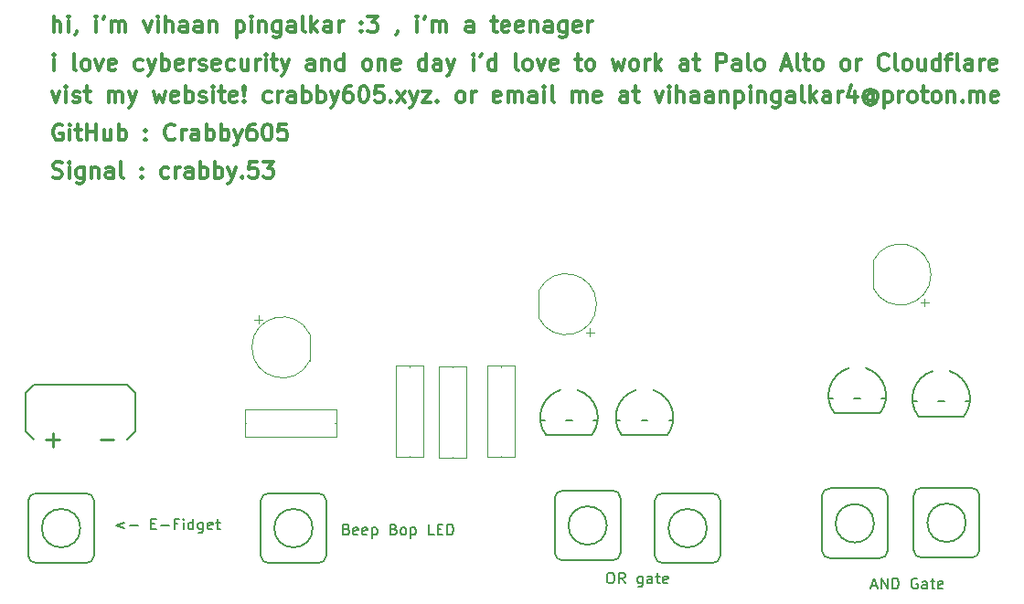
<source format=gbr>
%TF.GenerationSoftware,KiCad,Pcbnew,9.0.1*%
%TF.CreationDate,2025-04-06T15:48:51+05:30*%
%TF.ProjectId,_autosave-solder,5f617574-6f73-4617-9665-2d736f6c6465,rev?*%
%TF.SameCoordinates,Original*%
%TF.FileFunction,Legend,Top*%
%TF.FilePolarity,Positive*%
%FSLAX46Y46*%
G04 Gerber Fmt 4.6, Leading zero omitted, Abs format (unit mm)*
G04 Created by KiCad (PCBNEW 9.0.1) date 2025-04-06 15:48:51*
%MOMM*%
%LPD*%
G01*
G04 APERTURE LIST*
%ADD10C,0.300000*%
%ADD11C,0.150000*%
%ADD12C,0.203200*%
%ADD13C,0.120000*%
%ADD14C,0.152400*%
%ADD15C,0.254000*%
G04 APERTURE END LIST*
D10*
X134983082Y-88229400D02*
X135197368Y-88300828D01*
X135197368Y-88300828D02*
X135554510Y-88300828D01*
X135554510Y-88300828D02*
X135697368Y-88229400D01*
X135697368Y-88229400D02*
X135768796Y-88157971D01*
X135768796Y-88157971D02*
X135840225Y-88015114D01*
X135840225Y-88015114D02*
X135840225Y-87872257D01*
X135840225Y-87872257D02*
X135768796Y-87729400D01*
X135768796Y-87729400D02*
X135697368Y-87657971D01*
X135697368Y-87657971D02*
X135554510Y-87586542D01*
X135554510Y-87586542D02*
X135268796Y-87515114D01*
X135268796Y-87515114D02*
X135125939Y-87443685D01*
X135125939Y-87443685D02*
X135054510Y-87372257D01*
X135054510Y-87372257D02*
X134983082Y-87229400D01*
X134983082Y-87229400D02*
X134983082Y-87086542D01*
X134983082Y-87086542D02*
X135054510Y-86943685D01*
X135054510Y-86943685D02*
X135125939Y-86872257D01*
X135125939Y-86872257D02*
X135268796Y-86800828D01*
X135268796Y-86800828D02*
X135625939Y-86800828D01*
X135625939Y-86800828D02*
X135840225Y-86872257D01*
X136483081Y-88300828D02*
X136483081Y-87300828D01*
X136483081Y-86800828D02*
X136411653Y-86872257D01*
X136411653Y-86872257D02*
X136483081Y-86943685D01*
X136483081Y-86943685D02*
X136554510Y-86872257D01*
X136554510Y-86872257D02*
X136483081Y-86800828D01*
X136483081Y-86800828D02*
X136483081Y-86943685D01*
X137840225Y-87300828D02*
X137840225Y-88515114D01*
X137840225Y-88515114D02*
X137768796Y-88657971D01*
X137768796Y-88657971D02*
X137697367Y-88729400D01*
X137697367Y-88729400D02*
X137554510Y-88800828D01*
X137554510Y-88800828D02*
X137340225Y-88800828D01*
X137340225Y-88800828D02*
X137197367Y-88729400D01*
X137840225Y-88229400D02*
X137697367Y-88300828D01*
X137697367Y-88300828D02*
X137411653Y-88300828D01*
X137411653Y-88300828D02*
X137268796Y-88229400D01*
X137268796Y-88229400D02*
X137197367Y-88157971D01*
X137197367Y-88157971D02*
X137125939Y-88015114D01*
X137125939Y-88015114D02*
X137125939Y-87586542D01*
X137125939Y-87586542D02*
X137197367Y-87443685D01*
X137197367Y-87443685D02*
X137268796Y-87372257D01*
X137268796Y-87372257D02*
X137411653Y-87300828D01*
X137411653Y-87300828D02*
X137697367Y-87300828D01*
X137697367Y-87300828D02*
X137840225Y-87372257D01*
X138554510Y-87300828D02*
X138554510Y-88300828D01*
X138554510Y-87443685D02*
X138625939Y-87372257D01*
X138625939Y-87372257D02*
X138768796Y-87300828D01*
X138768796Y-87300828D02*
X138983082Y-87300828D01*
X138983082Y-87300828D02*
X139125939Y-87372257D01*
X139125939Y-87372257D02*
X139197368Y-87515114D01*
X139197368Y-87515114D02*
X139197368Y-88300828D01*
X140554511Y-88300828D02*
X140554511Y-87515114D01*
X140554511Y-87515114D02*
X140483082Y-87372257D01*
X140483082Y-87372257D02*
X140340225Y-87300828D01*
X140340225Y-87300828D02*
X140054511Y-87300828D01*
X140054511Y-87300828D02*
X139911653Y-87372257D01*
X140554511Y-88229400D02*
X140411653Y-88300828D01*
X140411653Y-88300828D02*
X140054511Y-88300828D01*
X140054511Y-88300828D02*
X139911653Y-88229400D01*
X139911653Y-88229400D02*
X139840225Y-88086542D01*
X139840225Y-88086542D02*
X139840225Y-87943685D01*
X139840225Y-87943685D02*
X139911653Y-87800828D01*
X139911653Y-87800828D02*
X140054511Y-87729400D01*
X140054511Y-87729400D02*
X140411653Y-87729400D01*
X140411653Y-87729400D02*
X140554511Y-87657971D01*
X141483082Y-88300828D02*
X141340225Y-88229400D01*
X141340225Y-88229400D02*
X141268796Y-88086542D01*
X141268796Y-88086542D02*
X141268796Y-86800828D01*
X143197367Y-88157971D02*
X143268796Y-88229400D01*
X143268796Y-88229400D02*
X143197367Y-88300828D01*
X143197367Y-88300828D02*
X143125939Y-88229400D01*
X143125939Y-88229400D02*
X143197367Y-88157971D01*
X143197367Y-88157971D02*
X143197367Y-88300828D01*
X143197367Y-87372257D02*
X143268796Y-87443685D01*
X143268796Y-87443685D02*
X143197367Y-87515114D01*
X143197367Y-87515114D02*
X143125939Y-87443685D01*
X143125939Y-87443685D02*
X143197367Y-87372257D01*
X143197367Y-87372257D02*
X143197367Y-87515114D01*
X145697368Y-88229400D02*
X145554510Y-88300828D01*
X145554510Y-88300828D02*
X145268796Y-88300828D01*
X145268796Y-88300828D02*
X145125939Y-88229400D01*
X145125939Y-88229400D02*
X145054510Y-88157971D01*
X145054510Y-88157971D02*
X144983082Y-88015114D01*
X144983082Y-88015114D02*
X144983082Y-87586542D01*
X144983082Y-87586542D02*
X145054510Y-87443685D01*
X145054510Y-87443685D02*
X145125939Y-87372257D01*
X145125939Y-87372257D02*
X145268796Y-87300828D01*
X145268796Y-87300828D02*
X145554510Y-87300828D01*
X145554510Y-87300828D02*
X145697368Y-87372257D01*
X146340224Y-88300828D02*
X146340224Y-87300828D01*
X146340224Y-87586542D02*
X146411653Y-87443685D01*
X146411653Y-87443685D02*
X146483082Y-87372257D01*
X146483082Y-87372257D02*
X146625939Y-87300828D01*
X146625939Y-87300828D02*
X146768796Y-87300828D01*
X147911653Y-88300828D02*
X147911653Y-87515114D01*
X147911653Y-87515114D02*
X147840224Y-87372257D01*
X147840224Y-87372257D02*
X147697367Y-87300828D01*
X147697367Y-87300828D02*
X147411653Y-87300828D01*
X147411653Y-87300828D02*
X147268795Y-87372257D01*
X147911653Y-88229400D02*
X147768795Y-88300828D01*
X147768795Y-88300828D02*
X147411653Y-88300828D01*
X147411653Y-88300828D02*
X147268795Y-88229400D01*
X147268795Y-88229400D02*
X147197367Y-88086542D01*
X147197367Y-88086542D02*
X147197367Y-87943685D01*
X147197367Y-87943685D02*
X147268795Y-87800828D01*
X147268795Y-87800828D02*
X147411653Y-87729400D01*
X147411653Y-87729400D02*
X147768795Y-87729400D01*
X147768795Y-87729400D02*
X147911653Y-87657971D01*
X148625938Y-88300828D02*
X148625938Y-86800828D01*
X148625938Y-87372257D02*
X148768796Y-87300828D01*
X148768796Y-87300828D02*
X149054510Y-87300828D01*
X149054510Y-87300828D02*
X149197367Y-87372257D01*
X149197367Y-87372257D02*
X149268796Y-87443685D01*
X149268796Y-87443685D02*
X149340224Y-87586542D01*
X149340224Y-87586542D02*
X149340224Y-88015114D01*
X149340224Y-88015114D02*
X149268796Y-88157971D01*
X149268796Y-88157971D02*
X149197367Y-88229400D01*
X149197367Y-88229400D02*
X149054510Y-88300828D01*
X149054510Y-88300828D02*
X148768796Y-88300828D01*
X148768796Y-88300828D02*
X148625938Y-88229400D01*
X149983081Y-88300828D02*
X149983081Y-86800828D01*
X149983081Y-87372257D02*
X150125939Y-87300828D01*
X150125939Y-87300828D02*
X150411653Y-87300828D01*
X150411653Y-87300828D02*
X150554510Y-87372257D01*
X150554510Y-87372257D02*
X150625939Y-87443685D01*
X150625939Y-87443685D02*
X150697367Y-87586542D01*
X150697367Y-87586542D02*
X150697367Y-88015114D01*
X150697367Y-88015114D02*
X150625939Y-88157971D01*
X150625939Y-88157971D02*
X150554510Y-88229400D01*
X150554510Y-88229400D02*
X150411653Y-88300828D01*
X150411653Y-88300828D02*
X150125939Y-88300828D01*
X150125939Y-88300828D02*
X149983081Y-88229400D01*
X151197367Y-87300828D02*
X151554510Y-88300828D01*
X151911653Y-87300828D02*
X151554510Y-88300828D01*
X151554510Y-88300828D02*
X151411653Y-88657971D01*
X151411653Y-88657971D02*
X151340224Y-88729400D01*
X151340224Y-88729400D02*
X151197367Y-88800828D01*
X152483081Y-88157971D02*
X152554510Y-88229400D01*
X152554510Y-88229400D02*
X152483081Y-88300828D01*
X152483081Y-88300828D02*
X152411653Y-88229400D01*
X152411653Y-88229400D02*
X152483081Y-88157971D01*
X152483081Y-88157971D02*
X152483081Y-88300828D01*
X153911653Y-86800828D02*
X153197367Y-86800828D01*
X153197367Y-86800828D02*
X153125939Y-87515114D01*
X153125939Y-87515114D02*
X153197367Y-87443685D01*
X153197367Y-87443685D02*
X153340225Y-87372257D01*
X153340225Y-87372257D02*
X153697367Y-87372257D01*
X153697367Y-87372257D02*
X153840225Y-87443685D01*
X153840225Y-87443685D02*
X153911653Y-87515114D01*
X153911653Y-87515114D02*
X153983082Y-87657971D01*
X153983082Y-87657971D02*
X153983082Y-88015114D01*
X153983082Y-88015114D02*
X153911653Y-88157971D01*
X153911653Y-88157971D02*
X153840225Y-88229400D01*
X153840225Y-88229400D02*
X153697367Y-88300828D01*
X153697367Y-88300828D02*
X153340225Y-88300828D01*
X153340225Y-88300828D02*
X153197367Y-88229400D01*
X153197367Y-88229400D02*
X153125939Y-88157971D01*
X154483081Y-86800828D02*
X155411653Y-86800828D01*
X155411653Y-86800828D02*
X154911653Y-87372257D01*
X154911653Y-87372257D02*
X155125938Y-87372257D01*
X155125938Y-87372257D02*
X155268796Y-87443685D01*
X155268796Y-87443685D02*
X155340224Y-87515114D01*
X155340224Y-87515114D02*
X155411653Y-87657971D01*
X155411653Y-87657971D02*
X155411653Y-88015114D01*
X155411653Y-88015114D02*
X155340224Y-88157971D01*
X155340224Y-88157971D02*
X155268796Y-88229400D01*
X155268796Y-88229400D02*
X155125938Y-88300828D01*
X155125938Y-88300828D02*
X154697367Y-88300828D01*
X154697367Y-88300828D02*
X154554510Y-88229400D01*
X154554510Y-88229400D02*
X154483081Y-88157971D01*
X135840225Y-83372257D02*
X135697368Y-83300828D01*
X135697368Y-83300828D02*
X135483082Y-83300828D01*
X135483082Y-83300828D02*
X135268796Y-83372257D01*
X135268796Y-83372257D02*
X135125939Y-83515114D01*
X135125939Y-83515114D02*
X135054510Y-83657971D01*
X135054510Y-83657971D02*
X134983082Y-83943685D01*
X134983082Y-83943685D02*
X134983082Y-84157971D01*
X134983082Y-84157971D02*
X135054510Y-84443685D01*
X135054510Y-84443685D02*
X135125939Y-84586542D01*
X135125939Y-84586542D02*
X135268796Y-84729400D01*
X135268796Y-84729400D02*
X135483082Y-84800828D01*
X135483082Y-84800828D02*
X135625939Y-84800828D01*
X135625939Y-84800828D02*
X135840225Y-84729400D01*
X135840225Y-84729400D02*
X135911653Y-84657971D01*
X135911653Y-84657971D02*
X135911653Y-84157971D01*
X135911653Y-84157971D02*
X135625939Y-84157971D01*
X136554510Y-84800828D02*
X136554510Y-83800828D01*
X136554510Y-83300828D02*
X136483082Y-83372257D01*
X136483082Y-83372257D02*
X136554510Y-83443685D01*
X136554510Y-83443685D02*
X136625939Y-83372257D01*
X136625939Y-83372257D02*
X136554510Y-83300828D01*
X136554510Y-83300828D02*
X136554510Y-83443685D01*
X137054511Y-83800828D02*
X137625939Y-83800828D01*
X137268796Y-83300828D02*
X137268796Y-84586542D01*
X137268796Y-84586542D02*
X137340225Y-84729400D01*
X137340225Y-84729400D02*
X137483082Y-84800828D01*
X137483082Y-84800828D02*
X137625939Y-84800828D01*
X138125939Y-84800828D02*
X138125939Y-83300828D01*
X138125939Y-84015114D02*
X138983082Y-84015114D01*
X138983082Y-84800828D02*
X138983082Y-83300828D01*
X140340226Y-83800828D02*
X140340226Y-84800828D01*
X139697368Y-83800828D02*
X139697368Y-84586542D01*
X139697368Y-84586542D02*
X139768797Y-84729400D01*
X139768797Y-84729400D02*
X139911654Y-84800828D01*
X139911654Y-84800828D02*
X140125940Y-84800828D01*
X140125940Y-84800828D02*
X140268797Y-84729400D01*
X140268797Y-84729400D02*
X140340226Y-84657971D01*
X141054511Y-84800828D02*
X141054511Y-83300828D01*
X141054511Y-83872257D02*
X141197369Y-83800828D01*
X141197369Y-83800828D02*
X141483083Y-83800828D01*
X141483083Y-83800828D02*
X141625940Y-83872257D01*
X141625940Y-83872257D02*
X141697369Y-83943685D01*
X141697369Y-83943685D02*
X141768797Y-84086542D01*
X141768797Y-84086542D02*
X141768797Y-84515114D01*
X141768797Y-84515114D02*
X141697369Y-84657971D01*
X141697369Y-84657971D02*
X141625940Y-84729400D01*
X141625940Y-84729400D02*
X141483083Y-84800828D01*
X141483083Y-84800828D02*
X141197369Y-84800828D01*
X141197369Y-84800828D02*
X141054511Y-84729400D01*
X143554511Y-84657971D02*
X143625940Y-84729400D01*
X143625940Y-84729400D02*
X143554511Y-84800828D01*
X143554511Y-84800828D02*
X143483083Y-84729400D01*
X143483083Y-84729400D02*
X143554511Y-84657971D01*
X143554511Y-84657971D02*
X143554511Y-84800828D01*
X143554511Y-83872257D02*
X143625940Y-83943685D01*
X143625940Y-83943685D02*
X143554511Y-84015114D01*
X143554511Y-84015114D02*
X143483083Y-83943685D01*
X143483083Y-83943685D02*
X143554511Y-83872257D01*
X143554511Y-83872257D02*
X143554511Y-84015114D01*
X146268797Y-84657971D02*
X146197369Y-84729400D01*
X146197369Y-84729400D02*
X145983083Y-84800828D01*
X145983083Y-84800828D02*
X145840226Y-84800828D01*
X145840226Y-84800828D02*
X145625940Y-84729400D01*
X145625940Y-84729400D02*
X145483083Y-84586542D01*
X145483083Y-84586542D02*
X145411654Y-84443685D01*
X145411654Y-84443685D02*
X145340226Y-84157971D01*
X145340226Y-84157971D02*
X145340226Y-83943685D01*
X145340226Y-83943685D02*
X145411654Y-83657971D01*
X145411654Y-83657971D02*
X145483083Y-83515114D01*
X145483083Y-83515114D02*
X145625940Y-83372257D01*
X145625940Y-83372257D02*
X145840226Y-83300828D01*
X145840226Y-83300828D02*
X145983083Y-83300828D01*
X145983083Y-83300828D02*
X146197369Y-83372257D01*
X146197369Y-83372257D02*
X146268797Y-83443685D01*
X146911654Y-84800828D02*
X146911654Y-83800828D01*
X146911654Y-84086542D02*
X146983083Y-83943685D01*
X146983083Y-83943685D02*
X147054512Y-83872257D01*
X147054512Y-83872257D02*
X147197369Y-83800828D01*
X147197369Y-83800828D02*
X147340226Y-83800828D01*
X148483083Y-84800828D02*
X148483083Y-84015114D01*
X148483083Y-84015114D02*
X148411654Y-83872257D01*
X148411654Y-83872257D02*
X148268797Y-83800828D01*
X148268797Y-83800828D02*
X147983083Y-83800828D01*
X147983083Y-83800828D02*
X147840225Y-83872257D01*
X148483083Y-84729400D02*
X148340225Y-84800828D01*
X148340225Y-84800828D02*
X147983083Y-84800828D01*
X147983083Y-84800828D02*
X147840225Y-84729400D01*
X147840225Y-84729400D02*
X147768797Y-84586542D01*
X147768797Y-84586542D02*
X147768797Y-84443685D01*
X147768797Y-84443685D02*
X147840225Y-84300828D01*
X147840225Y-84300828D02*
X147983083Y-84229400D01*
X147983083Y-84229400D02*
X148340225Y-84229400D01*
X148340225Y-84229400D02*
X148483083Y-84157971D01*
X149197368Y-84800828D02*
X149197368Y-83300828D01*
X149197368Y-83872257D02*
X149340226Y-83800828D01*
X149340226Y-83800828D02*
X149625940Y-83800828D01*
X149625940Y-83800828D02*
X149768797Y-83872257D01*
X149768797Y-83872257D02*
X149840226Y-83943685D01*
X149840226Y-83943685D02*
X149911654Y-84086542D01*
X149911654Y-84086542D02*
X149911654Y-84515114D01*
X149911654Y-84515114D02*
X149840226Y-84657971D01*
X149840226Y-84657971D02*
X149768797Y-84729400D01*
X149768797Y-84729400D02*
X149625940Y-84800828D01*
X149625940Y-84800828D02*
X149340226Y-84800828D01*
X149340226Y-84800828D02*
X149197368Y-84729400D01*
X150554511Y-84800828D02*
X150554511Y-83300828D01*
X150554511Y-83872257D02*
X150697369Y-83800828D01*
X150697369Y-83800828D02*
X150983083Y-83800828D01*
X150983083Y-83800828D02*
X151125940Y-83872257D01*
X151125940Y-83872257D02*
X151197369Y-83943685D01*
X151197369Y-83943685D02*
X151268797Y-84086542D01*
X151268797Y-84086542D02*
X151268797Y-84515114D01*
X151268797Y-84515114D02*
X151197369Y-84657971D01*
X151197369Y-84657971D02*
X151125940Y-84729400D01*
X151125940Y-84729400D02*
X150983083Y-84800828D01*
X150983083Y-84800828D02*
X150697369Y-84800828D01*
X150697369Y-84800828D02*
X150554511Y-84729400D01*
X151768797Y-83800828D02*
X152125940Y-84800828D01*
X152483083Y-83800828D02*
X152125940Y-84800828D01*
X152125940Y-84800828D02*
X151983083Y-85157971D01*
X151983083Y-85157971D02*
X151911654Y-85229400D01*
X151911654Y-85229400D02*
X151768797Y-85300828D01*
X153697369Y-83300828D02*
X153411654Y-83300828D01*
X153411654Y-83300828D02*
X153268797Y-83372257D01*
X153268797Y-83372257D02*
X153197369Y-83443685D01*
X153197369Y-83443685D02*
X153054511Y-83657971D01*
X153054511Y-83657971D02*
X152983083Y-83943685D01*
X152983083Y-83943685D02*
X152983083Y-84515114D01*
X152983083Y-84515114D02*
X153054511Y-84657971D01*
X153054511Y-84657971D02*
X153125940Y-84729400D01*
X153125940Y-84729400D02*
X153268797Y-84800828D01*
X153268797Y-84800828D02*
X153554511Y-84800828D01*
X153554511Y-84800828D02*
X153697369Y-84729400D01*
X153697369Y-84729400D02*
X153768797Y-84657971D01*
X153768797Y-84657971D02*
X153840226Y-84515114D01*
X153840226Y-84515114D02*
X153840226Y-84157971D01*
X153840226Y-84157971D02*
X153768797Y-84015114D01*
X153768797Y-84015114D02*
X153697369Y-83943685D01*
X153697369Y-83943685D02*
X153554511Y-83872257D01*
X153554511Y-83872257D02*
X153268797Y-83872257D01*
X153268797Y-83872257D02*
X153125940Y-83943685D01*
X153125940Y-83943685D02*
X153054511Y-84015114D01*
X153054511Y-84015114D02*
X152983083Y-84157971D01*
X154768797Y-83300828D02*
X154911654Y-83300828D01*
X154911654Y-83300828D02*
X155054511Y-83372257D01*
X155054511Y-83372257D02*
X155125940Y-83443685D01*
X155125940Y-83443685D02*
X155197368Y-83586542D01*
X155197368Y-83586542D02*
X155268797Y-83872257D01*
X155268797Y-83872257D02*
X155268797Y-84229400D01*
X155268797Y-84229400D02*
X155197368Y-84515114D01*
X155197368Y-84515114D02*
X155125940Y-84657971D01*
X155125940Y-84657971D02*
X155054511Y-84729400D01*
X155054511Y-84729400D02*
X154911654Y-84800828D01*
X154911654Y-84800828D02*
X154768797Y-84800828D01*
X154768797Y-84800828D02*
X154625940Y-84729400D01*
X154625940Y-84729400D02*
X154554511Y-84657971D01*
X154554511Y-84657971D02*
X154483082Y-84515114D01*
X154483082Y-84515114D02*
X154411654Y-84229400D01*
X154411654Y-84229400D02*
X154411654Y-83872257D01*
X154411654Y-83872257D02*
X154483082Y-83586542D01*
X154483082Y-83586542D02*
X154554511Y-83443685D01*
X154554511Y-83443685D02*
X154625940Y-83372257D01*
X154625940Y-83372257D02*
X154768797Y-83300828D01*
X156625939Y-83300828D02*
X155911653Y-83300828D01*
X155911653Y-83300828D02*
X155840225Y-84015114D01*
X155840225Y-84015114D02*
X155911653Y-83943685D01*
X155911653Y-83943685D02*
X156054511Y-83872257D01*
X156054511Y-83872257D02*
X156411653Y-83872257D01*
X156411653Y-83872257D02*
X156554511Y-83943685D01*
X156554511Y-83943685D02*
X156625939Y-84015114D01*
X156625939Y-84015114D02*
X156697368Y-84157971D01*
X156697368Y-84157971D02*
X156697368Y-84515114D01*
X156697368Y-84515114D02*
X156625939Y-84657971D01*
X156625939Y-84657971D02*
X156554511Y-84729400D01*
X156554511Y-84729400D02*
X156411653Y-84800828D01*
X156411653Y-84800828D02*
X156054511Y-84800828D01*
X156054511Y-84800828D02*
X155911653Y-84729400D01*
X155911653Y-84729400D02*
X155840225Y-84657971D01*
X135054510Y-74800828D02*
X135054510Y-73300828D01*
X135697368Y-74800828D02*
X135697368Y-74015114D01*
X135697368Y-74015114D02*
X135625939Y-73872257D01*
X135625939Y-73872257D02*
X135483082Y-73800828D01*
X135483082Y-73800828D02*
X135268796Y-73800828D01*
X135268796Y-73800828D02*
X135125939Y-73872257D01*
X135125939Y-73872257D02*
X135054510Y-73943685D01*
X136411653Y-74800828D02*
X136411653Y-73800828D01*
X136411653Y-73300828D02*
X136340225Y-73372257D01*
X136340225Y-73372257D02*
X136411653Y-73443685D01*
X136411653Y-73443685D02*
X136483082Y-73372257D01*
X136483082Y-73372257D02*
X136411653Y-73300828D01*
X136411653Y-73300828D02*
X136411653Y-73443685D01*
X137197368Y-74729400D02*
X137197368Y-74800828D01*
X137197368Y-74800828D02*
X137125939Y-74943685D01*
X137125939Y-74943685D02*
X137054511Y-75015114D01*
X138983082Y-74800828D02*
X138983082Y-73800828D01*
X138983082Y-73300828D02*
X138911654Y-73372257D01*
X138911654Y-73372257D02*
X138983082Y-73443685D01*
X138983082Y-73443685D02*
X139054511Y-73372257D01*
X139054511Y-73372257D02*
X138983082Y-73300828D01*
X138983082Y-73300828D02*
X138983082Y-73443685D01*
X139768797Y-73300828D02*
X139625940Y-73586542D01*
X140411654Y-74800828D02*
X140411654Y-73800828D01*
X140411654Y-73943685D02*
X140483083Y-73872257D01*
X140483083Y-73872257D02*
X140625940Y-73800828D01*
X140625940Y-73800828D02*
X140840226Y-73800828D01*
X140840226Y-73800828D02*
X140983083Y-73872257D01*
X140983083Y-73872257D02*
X141054512Y-74015114D01*
X141054512Y-74015114D02*
X141054512Y-74800828D01*
X141054512Y-74015114D02*
X141125940Y-73872257D01*
X141125940Y-73872257D02*
X141268797Y-73800828D01*
X141268797Y-73800828D02*
X141483083Y-73800828D01*
X141483083Y-73800828D02*
X141625940Y-73872257D01*
X141625940Y-73872257D02*
X141697369Y-74015114D01*
X141697369Y-74015114D02*
X141697369Y-74800828D01*
X143411654Y-73800828D02*
X143768797Y-74800828D01*
X143768797Y-74800828D02*
X144125940Y-73800828D01*
X144697368Y-74800828D02*
X144697368Y-73800828D01*
X144697368Y-73300828D02*
X144625940Y-73372257D01*
X144625940Y-73372257D02*
X144697368Y-73443685D01*
X144697368Y-73443685D02*
X144768797Y-73372257D01*
X144768797Y-73372257D02*
X144697368Y-73300828D01*
X144697368Y-73300828D02*
X144697368Y-73443685D01*
X145411654Y-74800828D02*
X145411654Y-73300828D01*
X146054512Y-74800828D02*
X146054512Y-74015114D01*
X146054512Y-74015114D02*
X145983083Y-73872257D01*
X145983083Y-73872257D02*
X145840226Y-73800828D01*
X145840226Y-73800828D02*
X145625940Y-73800828D01*
X145625940Y-73800828D02*
X145483083Y-73872257D01*
X145483083Y-73872257D02*
X145411654Y-73943685D01*
X147411655Y-74800828D02*
X147411655Y-74015114D01*
X147411655Y-74015114D02*
X147340226Y-73872257D01*
X147340226Y-73872257D02*
X147197369Y-73800828D01*
X147197369Y-73800828D02*
X146911655Y-73800828D01*
X146911655Y-73800828D02*
X146768797Y-73872257D01*
X147411655Y-74729400D02*
X147268797Y-74800828D01*
X147268797Y-74800828D02*
X146911655Y-74800828D01*
X146911655Y-74800828D02*
X146768797Y-74729400D01*
X146768797Y-74729400D02*
X146697369Y-74586542D01*
X146697369Y-74586542D02*
X146697369Y-74443685D01*
X146697369Y-74443685D02*
X146768797Y-74300828D01*
X146768797Y-74300828D02*
X146911655Y-74229400D01*
X146911655Y-74229400D02*
X147268797Y-74229400D01*
X147268797Y-74229400D02*
X147411655Y-74157971D01*
X148768798Y-74800828D02*
X148768798Y-74015114D01*
X148768798Y-74015114D02*
X148697369Y-73872257D01*
X148697369Y-73872257D02*
X148554512Y-73800828D01*
X148554512Y-73800828D02*
X148268798Y-73800828D01*
X148268798Y-73800828D02*
X148125940Y-73872257D01*
X148768798Y-74729400D02*
X148625940Y-74800828D01*
X148625940Y-74800828D02*
X148268798Y-74800828D01*
X148268798Y-74800828D02*
X148125940Y-74729400D01*
X148125940Y-74729400D02*
X148054512Y-74586542D01*
X148054512Y-74586542D02*
X148054512Y-74443685D01*
X148054512Y-74443685D02*
X148125940Y-74300828D01*
X148125940Y-74300828D02*
X148268798Y-74229400D01*
X148268798Y-74229400D02*
X148625940Y-74229400D01*
X148625940Y-74229400D02*
X148768798Y-74157971D01*
X149483083Y-73800828D02*
X149483083Y-74800828D01*
X149483083Y-73943685D02*
X149554512Y-73872257D01*
X149554512Y-73872257D02*
X149697369Y-73800828D01*
X149697369Y-73800828D02*
X149911655Y-73800828D01*
X149911655Y-73800828D02*
X150054512Y-73872257D01*
X150054512Y-73872257D02*
X150125941Y-74015114D01*
X150125941Y-74015114D02*
X150125941Y-74800828D01*
X151983083Y-73800828D02*
X151983083Y-75300828D01*
X151983083Y-73872257D02*
X152125941Y-73800828D01*
X152125941Y-73800828D02*
X152411655Y-73800828D01*
X152411655Y-73800828D02*
X152554512Y-73872257D01*
X152554512Y-73872257D02*
X152625941Y-73943685D01*
X152625941Y-73943685D02*
X152697369Y-74086542D01*
X152697369Y-74086542D02*
X152697369Y-74515114D01*
X152697369Y-74515114D02*
X152625941Y-74657971D01*
X152625941Y-74657971D02*
X152554512Y-74729400D01*
X152554512Y-74729400D02*
X152411655Y-74800828D01*
X152411655Y-74800828D02*
X152125941Y-74800828D01*
X152125941Y-74800828D02*
X151983083Y-74729400D01*
X153340226Y-74800828D02*
X153340226Y-73800828D01*
X153340226Y-73300828D02*
X153268798Y-73372257D01*
X153268798Y-73372257D02*
X153340226Y-73443685D01*
X153340226Y-73443685D02*
X153411655Y-73372257D01*
X153411655Y-73372257D02*
X153340226Y-73300828D01*
X153340226Y-73300828D02*
X153340226Y-73443685D01*
X154054512Y-73800828D02*
X154054512Y-74800828D01*
X154054512Y-73943685D02*
X154125941Y-73872257D01*
X154125941Y-73872257D02*
X154268798Y-73800828D01*
X154268798Y-73800828D02*
X154483084Y-73800828D01*
X154483084Y-73800828D02*
X154625941Y-73872257D01*
X154625941Y-73872257D02*
X154697370Y-74015114D01*
X154697370Y-74015114D02*
X154697370Y-74800828D01*
X156054513Y-73800828D02*
X156054513Y-75015114D01*
X156054513Y-75015114D02*
X155983084Y-75157971D01*
X155983084Y-75157971D02*
X155911655Y-75229400D01*
X155911655Y-75229400D02*
X155768798Y-75300828D01*
X155768798Y-75300828D02*
X155554513Y-75300828D01*
X155554513Y-75300828D02*
X155411655Y-75229400D01*
X156054513Y-74729400D02*
X155911655Y-74800828D01*
X155911655Y-74800828D02*
X155625941Y-74800828D01*
X155625941Y-74800828D02*
X155483084Y-74729400D01*
X155483084Y-74729400D02*
X155411655Y-74657971D01*
X155411655Y-74657971D02*
X155340227Y-74515114D01*
X155340227Y-74515114D02*
X155340227Y-74086542D01*
X155340227Y-74086542D02*
X155411655Y-73943685D01*
X155411655Y-73943685D02*
X155483084Y-73872257D01*
X155483084Y-73872257D02*
X155625941Y-73800828D01*
X155625941Y-73800828D02*
X155911655Y-73800828D01*
X155911655Y-73800828D02*
X156054513Y-73872257D01*
X157411656Y-74800828D02*
X157411656Y-74015114D01*
X157411656Y-74015114D02*
X157340227Y-73872257D01*
X157340227Y-73872257D02*
X157197370Y-73800828D01*
X157197370Y-73800828D02*
X156911656Y-73800828D01*
X156911656Y-73800828D02*
X156768798Y-73872257D01*
X157411656Y-74729400D02*
X157268798Y-74800828D01*
X157268798Y-74800828D02*
X156911656Y-74800828D01*
X156911656Y-74800828D02*
X156768798Y-74729400D01*
X156768798Y-74729400D02*
X156697370Y-74586542D01*
X156697370Y-74586542D02*
X156697370Y-74443685D01*
X156697370Y-74443685D02*
X156768798Y-74300828D01*
X156768798Y-74300828D02*
X156911656Y-74229400D01*
X156911656Y-74229400D02*
X157268798Y-74229400D01*
X157268798Y-74229400D02*
X157411656Y-74157971D01*
X158340227Y-74800828D02*
X158197370Y-74729400D01*
X158197370Y-74729400D02*
X158125941Y-74586542D01*
X158125941Y-74586542D02*
X158125941Y-73300828D01*
X158911655Y-74800828D02*
X158911655Y-73300828D01*
X159054513Y-74229400D02*
X159483084Y-74800828D01*
X159483084Y-73800828D02*
X158911655Y-74372257D01*
X160768799Y-74800828D02*
X160768799Y-74015114D01*
X160768799Y-74015114D02*
X160697370Y-73872257D01*
X160697370Y-73872257D02*
X160554513Y-73800828D01*
X160554513Y-73800828D02*
X160268799Y-73800828D01*
X160268799Y-73800828D02*
X160125941Y-73872257D01*
X160768799Y-74729400D02*
X160625941Y-74800828D01*
X160625941Y-74800828D02*
X160268799Y-74800828D01*
X160268799Y-74800828D02*
X160125941Y-74729400D01*
X160125941Y-74729400D02*
X160054513Y-74586542D01*
X160054513Y-74586542D02*
X160054513Y-74443685D01*
X160054513Y-74443685D02*
X160125941Y-74300828D01*
X160125941Y-74300828D02*
X160268799Y-74229400D01*
X160268799Y-74229400D02*
X160625941Y-74229400D01*
X160625941Y-74229400D02*
X160768799Y-74157971D01*
X161483084Y-74800828D02*
X161483084Y-73800828D01*
X161483084Y-74086542D02*
X161554513Y-73943685D01*
X161554513Y-73943685D02*
X161625942Y-73872257D01*
X161625942Y-73872257D02*
X161768799Y-73800828D01*
X161768799Y-73800828D02*
X161911656Y-73800828D01*
X163554512Y-74657971D02*
X163625941Y-74729400D01*
X163625941Y-74729400D02*
X163554512Y-74800828D01*
X163554512Y-74800828D02*
X163483084Y-74729400D01*
X163483084Y-74729400D02*
X163554512Y-74657971D01*
X163554512Y-74657971D02*
X163554512Y-74800828D01*
X163554512Y-73872257D02*
X163625941Y-73943685D01*
X163625941Y-73943685D02*
X163554512Y-74015114D01*
X163554512Y-74015114D02*
X163483084Y-73943685D01*
X163483084Y-73943685D02*
X163554512Y-73872257D01*
X163554512Y-73872257D02*
X163554512Y-74015114D01*
X164125941Y-73300828D02*
X165054513Y-73300828D01*
X165054513Y-73300828D02*
X164554513Y-73872257D01*
X164554513Y-73872257D02*
X164768798Y-73872257D01*
X164768798Y-73872257D02*
X164911656Y-73943685D01*
X164911656Y-73943685D02*
X164983084Y-74015114D01*
X164983084Y-74015114D02*
X165054513Y-74157971D01*
X165054513Y-74157971D02*
X165054513Y-74515114D01*
X165054513Y-74515114D02*
X164983084Y-74657971D01*
X164983084Y-74657971D02*
X164911656Y-74729400D01*
X164911656Y-74729400D02*
X164768798Y-74800828D01*
X164768798Y-74800828D02*
X164340227Y-74800828D01*
X164340227Y-74800828D02*
X164197370Y-74729400D01*
X164197370Y-74729400D02*
X164125941Y-74657971D01*
X166911655Y-74729400D02*
X166911655Y-74800828D01*
X166911655Y-74800828D02*
X166840226Y-74943685D01*
X166840226Y-74943685D02*
X166768798Y-75015114D01*
X168697369Y-74800828D02*
X168697369Y-73800828D01*
X168697369Y-73300828D02*
X168625941Y-73372257D01*
X168625941Y-73372257D02*
X168697369Y-73443685D01*
X168697369Y-73443685D02*
X168768798Y-73372257D01*
X168768798Y-73372257D02*
X168697369Y-73300828D01*
X168697369Y-73300828D02*
X168697369Y-73443685D01*
X169483084Y-73300828D02*
X169340227Y-73586542D01*
X170125941Y-74800828D02*
X170125941Y-73800828D01*
X170125941Y-73943685D02*
X170197370Y-73872257D01*
X170197370Y-73872257D02*
X170340227Y-73800828D01*
X170340227Y-73800828D02*
X170554513Y-73800828D01*
X170554513Y-73800828D02*
X170697370Y-73872257D01*
X170697370Y-73872257D02*
X170768799Y-74015114D01*
X170768799Y-74015114D02*
X170768799Y-74800828D01*
X170768799Y-74015114D02*
X170840227Y-73872257D01*
X170840227Y-73872257D02*
X170983084Y-73800828D01*
X170983084Y-73800828D02*
X171197370Y-73800828D01*
X171197370Y-73800828D02*
X171340227Y-73872257D01*
X171340227Y-73872257D02*
X171411656Y-74015114D01*
X171411656Y-74015114D02*
X171411656Y-74800828D01*
X173911656Y-74800828D02*
X173911656Y-74015114D01*
X173911656Y-74015114D02*
X173840227Y-73872257D01*
X173840227Y-73872257D02*
X173697370Y-73800828D01*
X173697370Y-73800828D02*
X173411656Y-73800828D01*
X173411656Y-73800828D02*
X173268798Y-73872257D01*
X173911656Y-74729400D02*
X173768798Y-74800828D01*
X173768798Y-74800828D02*
X173411656Y-74800828D01*
X173411656Y-74800828D02*
X173268798Y-74729400D01*
X173268798Y-74729400D02*
X173197370Y-74586542D01*
X173197370Y-74586542D02*
X173197370Y-74443685D01*
X173197370Y-74443685D02*
X173268798Y-74300828D01*
X173268798Y-74300828D02*
X173411656Y-74229400D01*
X173411656Y-74229400D02*
X173768798Y-74229400D01*
X173768798Y-74229400D02*
X173911656Y-74157971D01*
X175554513Y-73800828D02*
X176125941Y-73800828D01*
X175768798Y-73300828D02*
X175768798Y-74586542D01*
X175768798Y-74586542D02*
X175840227Y-74729400D01*
X175840227Y-74729400D02*
X175983084Y-74800828D01*
X175983084Y-74800828D02*
X176125941Y-74800828D01*
X177197370Y-74729400D02*
X177054513Y-74800828D01*
X177054513Y-74800828D02*
X176768799Y-74800828D01*
X176768799Y-74800828D02*
X176625941Y-74729400D01*
X176625941Y-74729400D02*
X176554513Y-74586542D01*
X176554513Y-74586542D02*
X176554513Y-74015114D01*
X176554513Y-74015114D02*
X176625941Y-73872257D01*
X176625941Y-73872257D02*
X176768799Y-73800828D01*
X176768799Y-73800828D02*
X177054513Y-73800828D01*
X177054513Y-73800828D02*
X177197370Y-73872257D01*
X177197370Y-73872257D02*
X177268799Y-74015114D01*
X177268799Y-74015114D02*
X177268799Y-74157971D01*
X177268799Y-74157971D02*
X176554513Y-74300828D01*
X178483084Y-74729400D02*
X178340227Y-74800828D01*
X178340227Y-74800828D02*
X178054513Y-74800828D01*
X178054513Y-74800828D02*
X177911655Y-74729400D01*
X177911655Y-74729400D02*
X177840227Y-74586542D01*
X177840227Y-74586542D02*
X177840227Y-74015114D01*
X177840227Y-74015114D02*
X177911655Y-73872257D01*
X177911655Y-73872257D02*
X178054513Y-73800828D01*
X178054513Y-73800828D02*
X178340227Y-73800828D01*
X178340227Y-73800828D02*
X178483084Y-73872257D01*
X178483084Y-73872257D02*
X178554513Y-74015114D01*
X178554513Y-74015114D02*
X178554513Y-74157971D01*
X178554513Y-74157971D02*
X177840227Y-74300828D01*
X179197369Y-73800828D02*
X179197369Y-74800828D01*
X179197369Y-73943685D02*
X179268798Y-73872257D01*
X179268798Y-73872257D02*
X179411655Y-73800828D01*
X179411655Y-73800828D02*
X179625941Y-73800828D01*
X179625941Y-73800828D02*
X179768798Y-73872257D01*
X179768798Y-73872257D02*
X179840227Y-74015114D01*
X179840227Y-74015114D02*
X179840227Y-74800828D01*
X181197370Y-74800828D02*
X181197370Y-74015114D01*
X181197370Y-74015114D02*
X181125941Y-73872257D01*
X181125941Y-73872257D02*
X180983084Y-73800828D01*
X180983084Y-73800828D02*
X180697370Y-73800828D01*
X180697370Y-73800828D02*
X180554512Y-73872257D01*
X181197370Y-74729400D02*
X181054512Y-74800828D01*
X181054512Y-74800828D02*
X180697370Y-74800828D01*
X180697370Y-74800828D02*
X180554512Y-74729400D01*
X180554512Y-74729400D02*
X180483084Y-74586542D01*
X180483084Y-74586542D02*
X180483084Y-74443685D01*
X180483084Y-74443685D02*
X180554512Y-74300828D01*
X180554512Y-74300828D02*
X180697370Y-74229400D01*
X180697370Y-74229400D02*
X181054512Y-74229400D01*
X181054512Y-74229400D02*
X181197370Y-74157971D01*
X182554513Y-73800828D02*
X182554513Y-75015114D01*
X182554513Y-75015114D02*
X182483084Y-75157971D01*
X182483084Y-75157971D02*
X182411655Y-75229400D01*
X182411655Y-75229400D02*
X182268798Y-75300828D01*
X182268798Y-75300828D02*
X182054513Y-75300828D01*
X182054513Y-75300828D02*
X181911655Y-75229400D01*
X182554513Y-74729400D02*
X182411655Y-74800828D01*
X182411655Y-74800828D02*
X182125941Y-74800828D01*
X182125941Y-74800828D02*
X181983084Y-74729400D01*
X181983084Y-74729400D02*
X181911655Y-74657971D01*
X181911655Y-74657971D02*
X181840227Y-74515114D01*
X181840227Y-74515114D02*
X181840227Y-74086542D01*
X181840227Y-74086542D02*
X181911655Y-73943685D01*
X181911655Y-73943685D02*
X181983084Y-73872257D01*
X181983084Y-73872257D02*
X182125941Y-73800828D01*
X182125941Y-73800828D02*
X182411655Y-73800828D01*
X182411655Y-73800828D02*
X182554513Y-73872257D01*
X183840227Y-74729400D02*
X183697370Y-74800828D01*
X183697370Y-74800828D02*
X183411656Y-74800828D01*
X183411656Y-74800828D02*
X183268798Y-74729400D01*
X183268798Y-74729400D02*
X183197370Y-74586542D01*
X183197370Y-74586542D02*
X183197370Y-74015114D01*
X183197370Y-74015114D02*
X183268798Y-73872257D01*
X183268798Y-73872257D02*
X183411656Y-73800828D01*
X183411656Y-73800828D02*
X183697370Y-73800828D01*
X183697370Y-73800828D02*
X183840227Y-73872257D01*
X183840227Y-73872257D02*
X183911656Y-74015114D01*
X183911656Y-74015114D02*
X183911656Y-74157971D01*
X183911656Y-74157971D02*
X183197370Y-74300828D01*
X184554512Y-74800828D02*
X184554512Y-73800828D01*
X184554512Y-74086542D02*
X184625941Y-73943685D01*
X184625941Y-73943685D02*
X184697370Y-73872257D01*
X184697370Y-73872257D02*
X184840227Y-73800828D01*
X184840227Y-73800828D02*
X184983084Y-73800828D01*
D11*
X210789160Y-126084104D02*
X211265350Y-126084104D01*
X210693922Y-126369819D02*
X211027255Y-125369819D01*
X211027255Y-125369819D02*
X211360588Y-126369819D01*
X211693922Y-126369819D02*
X211693922Y-125369819D01*
X211693922Y-125369819D02*
X212265350Y-126369819D01*
X212265350Y-126369819D02*
X212265350Y-125369819D01*
X212741541Y-126369819D02*
X212741541Y-125369819D01*
X212741541Y-125369819D02*
X212979636Y-125369819D01*
X212979636Y-125369819D02*
X213122493Y-125417438D01*
X213122493Y-125417438D02*
X213217731Y-125512676D01*
X213217731Y-125512676D02*
X213265350Y-125607914D01*
X213265350Y-125607914D02*
X213312969Y-125798390D01*
X213312969Y-125798390D02*
X213312969Y-125941247D01*
X213312969Y-125941247D02*
X213265350Y-126131723D01*
X213265350Y-126131723D02*
X213217731Y-126226961D01*
X213217731Y-126226961D02*
X213122493Y-126322200D01*
X213122493Y-126322200D02*
X212979636Y-126369819D01*
X212979636Y-126369819D02*
X212741541Y-126369819D01*
X215027255Y-125417438D02*
X214932017Y-125369819D01*
X214932017Y-125369819D02*
X214789160Y-125369819D01*
X214789160Y-125369819D02*
X214646303Y-125417438D01*
X214646303Y-125417438D02*
X214551065Y-125512676D01*
X214551065Y-125512676D02*
X214503446Y-125607914D01*
X214503446Y-125607914D02*
X214455827Y-125798390D01*
X214455827Y-125798390D02*
X214455827Y-125941247D01*
X214455827Y-125941247D02*
X214503446Y-126131723D01*
X214503446Y-126131723D02*
X214551065Y-126226961D01*
X214551065Y-126226961D02*
X214646303Y-126322200D01*
X214646303Y-126322200D02*
X214789160Y-126369819D01*
X214789160Y-126369819D02*
X214884398Y-126369819D01*
X214884398Y-126369819D02*
X215027255Y-126322200D01*
X215027255Y-126322200D02*
X215074874Y-126274580D01*
X215074874Y-126274580D02*
X215074874Y-125941247D01*
X215074874Y-125941247D02*
X214884398Y-125941247D01*
X215932017Y-126369819D02*
X215932017Y-125846009D01*
X215932017Y-125846009D02*
X215884398Y-125750771D01*
X215884398Y-125750771D02*
X215789160Y-125703152D01*
X215789160Y-125703152D02*
X215598684Y-125703152D01*
X215598684Y-125703152D02*
X215503446Y-125750771D01*
X215932017Y-126322200D02*
X215836779Y-126369819D01*
X215836779Y-126369819D02*
X215598684Y-126369819D01*
X215598684Y-126369819D02*
X215503446Y-126322200D01*
X215503446Y-126322200D02*
X215455827Y-126226961D01*
X215455827Y-126226961D02*
X215455827Y-126131723D01*
X215455827Y-126131723D02*
X215503446Y-126036485D01*
X215503446Y-126036485D02*
X215598684Y-125988866D01*
X215598684Y-125988866D02*
X215836779Y-125988866D01*
X215836779Y-125988866D02*
X215932017Y-125941247D01*
X216265351Y-125703152D02*
X216646303Y-125703152D01*
X216408208Y-125369819D02*
X216408208Y-126226961D01*
X216408208Y-126226961D02*
X216455827Y-126322200D01*
X216455827Y-126322200D02*
X216551065Y-126369819D01*
X216551065Y-126369819D02*
X216646303Y-126369819D01*
X217360589Y-126322200D02*
X217265351Y-126369819D01*
X217265351Y-126369819D02*
X217074875Y-126369819D01*
X217074875Y-126369819D02*
X216979637Y-126322200D01*
X216979637Y-126322200D02*
X216932018Y-126226961D01*
X216932018Y-126226961D02*
X216932018Y-125846009D01*
X216932018Y-125846009D02*
X216979637Y-125750771D01*
X216979637Y-125750771D02*
X217074875Y-125703152D01*
X217074875Y-125703152D02*
X217265351Y-125703152D01*
X217265351Y-125703152D02*
X217360589Y-125750771D01*
X217360589Y-125750771D02*
X217408208Y-125846009D01*
X217408208Y-125846009D02*
X217408208Y-125941247D01*
X217408208Y-125941247D02*
X216932018Y-126036485D01*
D10*
X135054510Y-78300828D02*
X135054510Y-77300828D01*
X135054510Y-76800828D02*
X134983082Y-76872257D01*
X134983082Y-76872257D02*
X135054510Y-76943685D01*
X135054510Y-76943685D02*
X135125939Y-76872257D01*
X135125939Y-76872257D02*
X135054510Y-76800828D01*
X135054510Y-76800828D02*
X135054510Y-76943685D01*
X137125939Y-78300828D02*
X136983082Y-78229400D01*
X136983082Y-78229400D02*
X136911653Y-78086542D01*
X136911653Y-78086542D02*
X136911653Y-76800828D01*
X137911653Y-78300828D02*
X137768796Y-78229400D01*
X137768796Y-78229400D02*
X137697367Y-78157971D01*
X137697367Y-78157971D02*
X137625939Y-78015114D01*
X137625939Y-78015114D02*
X137625939Y-77586542D01*
X137625939Y-77586542D02*
X137697367Y-77443685D01*
X137697367Y-77443685D02*
X137768796Y-77372257D01*
X137768796Y-77372257D02*
X137911653Y-77300828D01*
X137911653Y-77300828D02*
X138125939Y-77300828D01*
X138125939Y-77300828D02*
X138268796Y-77372257D01*
X138268796Y-77372257D02*
X138340225Y-77443685D01*
X138340225Y-77443685D02*
X138411653Y-77586542D01*
X138411653Y-77586542D02*
X138411653Y-78015114D01*
X138411653Y-78015114D02*
X138340225Y-78157971D01*
X138340225Y-78157971D02*
X138268796Y-78229400D01*
X138268796Y-78229400D02*
X138125939Y-78300828D01*
X138125939Y-78300828D02*
X137911653Y-78300828D01*
X138911653Y-77300828D02*
X139268796Y-78300828D01*
X139268796Y-78300828D02*
X139625939Y-77300828D01*
X140768796Y-78229400D02*
X140625939Y-78300828D01*
X140625939Y-78300828D02*
X140340225Y-78300828D01*
X140340225Y-78300828D02*
X140197367Y-78229400D01*
X140197367Y-78229400D02*
X140125939Y-78086542D01*
X140125939Y-78086542D02*
X140125939Y-77515114D01*
X140125939Y-77515114D02*
X140197367Y-77372257D01*
X140197367Y-77372257D02*
X140340225Y-77300828D01*
X140340225Y-77300828D02*
X140625939Y-77300828D01*
X140625939Y-77300828D02*
X140768796Y-77372257D01*
X140768796Y-77372257D02*
X140840225Y-77515114D01*
X140840225Y-77515114D02*
X140840225Y-77657971D01*
X140840225Y-77657971D02*
X140125939Y-77800828D01*
X143268796Y-78229400D02*
X143125938Y-78300828D01*
X143125938Y-78300828D02*
X142840224Y-78300828D01*
X142840224Y-78300828D02*
X142697367Y-78229400D01*
X142697367Y-78229400D02*
X142625938Y-78157971D01*
X142625938Y-78157971D02*
X142554510Y-78015114D01*
X142554510Y-78015114D02*
X142554510Y-77586542D01*
X142554510Y-77586542D02*
X142625938Y-77443685D01*
X142625938Y-77443685D02*
X142697367Y-77372257D01*
X142697367Y-77372257D02*
X142840224Y-77300828D01*
X142840224Y-77300828D02*
X143125938Y-77300828D01*
X143125938Y-77300828D02*
X143268796Y-77372257D01*
X143768795Y-77300828D02*
X144125938Y-78300828D01*
X144483081Y-77300828D02*
X144125938Y-78300828D01*
X144125938Y-78300828D02*
X143983081Y-78657971D01*
X143983081Y-78657971D02*
X143911652Y-78729400D01*
X143911652Y-78729400D02*
X143768795Y-78800828D01*
X145054509Y-78300828D02*
X145054509Y-76800828D01*
X145054509Y-77372257D02*
X145197367Y-77300828D01*
X145197367Y-77300828D02*
X145483081Y-77300828D01*
X145483081Y-77300828D02*
X145625938Y-77372257D01*
X145625938Y-77372257D02*
X145697367Y-77443685D01*
X145697367Y-77443685D02*
X145768795Y-77586542D01*
X145768795Y-77586542D02*
X145768795Y-78015114D01*
X145768795Y-78015114D02*
X145697367Y-78157971D01*
X145697367Y-78157971D02*
X145625938Y-78229400D01*
X145625938Y-78229400D02*
X145483081Y-78300828D01*
X145483081Y-78300828D02*
X145197367Y-78300828D01*
X145197367Y-78300828D02*
X145054509Y-78229400D01*
X146983081Y-78229400D02*
X146840224Y-78300828D01*
X146840224Y-78300828D02*
X146554510Y-78300828D01*
X146554510Y-78300828D02*
X146411652Y-78229400D01*
X146411652Y-78229400D02*
X146340224Y-78086542D01*
X146340224Y-78086542D02*
X146340224Y-77515114D01*
X146340224Y-77515114D02*
X146411652Y-77372257D01*
X146411652Y-77372257D02*
X146554510Y-77300828D01*
X146554510Y-77300828D02*
X146840224Y-77300828D01*
X146840224Y-77300828D02*
X146983081Y-77372257D01*
X146983081Y-77372257D02*
X147054510Y-77515114D01*
X147054510Y-77515114D02*
X147054510Y-77657971D01*
X147054510Y-77657971D02*
X146340224Y-77800828D01*
X147697366Y-78300828D02*
X147697366Y-77300828D01*
X147697366Y-77586542D02*
X147768795Y-77443685D01*
X147768795Y-77443685D02*
X147840224Y-77372257D01*
X147840224Y-77372257D02*
X147983081Y-77300828D01*
X147983081Y-77300828D02*
X148125938Y-77300828D01*
X148554509Y-78229400D02*
X148697366Y-78300828D01*
X148697366Y-78300828D02*
X148983080Y-78300828D01*
X148983080Y-78300828D02*
X149125937Y-78229400D01*
X149125937Y-78229400D02*
X149197366Y-78086542D01*
X149197366Y-78086542D02*
X149197366Y-78015114D01*
X149197366Y-78015114D02*
X149125937Y-77872257D01*
X149125937Y-77872257D02*
X148983080Y-77800828D01*
X148983080Y-77800828D02*
X148768795Y-77800828D01*
X148768795Y-77800828D02*
X148625937Y-77729400D01*
X148625937Y-77729400D02*
X148554509Y-77586542D01*
X148554509Y-77586542D02*
X148554509Y-77515114D01*
X148554509Y-77515114D02*
X148625937Y-77372257D01*
X148625937Y-77372257D02*
X148768795Y-77300828D01*
X148768795Y-77300828D02*
X148983080Y-77300828D01*
X148983080Y-77300828D02*
X149125937Y-77372257D01*
X150411652Y-78229400D02*
X150268795Y-78300828D01*
X150268795Y-78300828D02*
X149983081Y-78300828D01*
X149983081Y-78300828D02*
X149840223Y-78229400D01*
X149840223Y-78229400D02*
X149768795Y-78086542D01*
X149768795Y-78086542D02*
X149768795Y-77515114D01*
X149768795Y-77515114D02*
X149840223Y-77372257D01*
X149840223Y-77372257D02*
X149983081Y-77300828D01*
X149983081Y-77300828D02*
X150268795Y-77300828D01*
X150268795Y-77300828D02*
X150411652Y-77372257D01*
X150411652Y-77372257D02*
X150483081Y-77515114D01*
X150483081Y-77515114D02*
X150483081Y-77657971D01*
X150483081Y-77657971D02*
X149768795Y-77800828D01*
X151768795Y-78229400D02*
X151625937Y-78300828D01*
X151625937Y-78300828D02*
X151340223Y-78300828D01*
X151340223Y-78300828D02*
X151197366Y-78229400D01*
X151197366Y-78229400D02*
X151125937Y-78157971D01*
X151125937Y-78157971D02*
X151054509Y-78015114D01*
X151054509Y-78015114D02*
X151054509Y-77586542D01*
X151054509Y-77586542D02*
X151125937Y-77443685D01*
X151125937Y-77443685D02*
X151197366Y-77372257D01*
X151197366Y-77372257D02*
X151340223Y-77300828D01*
X151340223Y-77300828D02*
X151625937Y-77300828D01*
X151625937Y-77300828D02*
X151768795Y-77372257D01*
X153054509Y-77300828D02*
X153054509Y-78300828D01*
X152411651Y-77300828D02*
X152411651Y-78086542D01*
X152411651Y-78086542D02*
X152483080Y-78229400D01*
X152483080Y-78229400D02*
X152625937Y-78300828D01*
X152625937Y-78300828D02*
X152840223Y-78300828D01*
X152840223Y-78300828D02*
X152983080Y-78229400D01*
X152983080Y-78229400D02*
X153054509Y-78157971D01*
X153768794Y-78300828D02*
X153768794Y-77300828D01*
X153768794Y-77586542D02*
X153840223Y-77443685D01*
X153840223Y-77443685D02*
X153911652Y-77372257D01*
X153911652Y-77372257D02*
X154054509Y-77300828D01*
X154054509Y-77300828D02*
X154197366Y-77300828D01*
X154697365Y-78300828D02*
X154697365Y-77300828D01*
X154697365Y-76800828D02*
X154625937Y-76872257D01*
X154625937Y-76872257D02*
X154697365Y-76943685D01*
X154697365Y-76943685D02*
X154768794Y-76872257D01*
X154768794Y-76872257D02*
X154697365Y-76800828D01*
X154697365Y-76800828D02*
X154697365Y-76943685D01*
X155197366Y-77300828D02*
X155768794Y-77300828D01*
X155411651Y-76800828D02*
X155411651Y-78086542D01*
X155411651Y-78086542D02*
X155483080Y-78229400D01*
X155483080Y-78229400D02*
X155625937Y-78300828D01*
X155625937Y-78300828D02*
X155768794Y-78300828D01*
X156125937Y-77300828D02*
X156483080Y-78300828D01*
X156840223Y-77300828D02*
X156483080Y-78300828D01*
X156483080Y-78300828D02*
X156340223Y-78657971D01*
X156340223Y-78657971D02*
X156268794Y-78729400D01*
X156268794Y-78729400D02*
X156125937Y-78800828D01*
X159197366Y-78300828D02*
X159197366Y-77515114D01*
X159197366Y-77515114D02*
X159125937Y-77372257D01*
X159125937Y-77372257D02*
X158983080Y-77300828D01*
X158983080Y-77300828D02*
X158697366Y-77300828D01*
X158697366Y-77300828D02*
X158554508Y-77372257D01*
X159197366Y-78229400D02*
X159054508Y-78300828D01*
X159054508Y-78300828D02*
X158697366Y-78300828D01*
X158697366Y-78300828D02*
X158554508Y-78229400D01*
X158554508Y-78229400D02*
X158483080Y-78086542D01*
X158483080Y-78086542D02*
X158483080Y-77943685D01*
X158483080Y-77943685D02*
X158554508Y-77800828D01*
X158554508Y-77800828D02*
X158697366Y-77729400D01*
X158697366Y-77729400D02*
X159054508Y-77729400D01*
X159054508Y-77729400D02*
X159197366Y-77657971D01*
X159911651Y-77300828D02*
X159911651Y-78300828D01*
X159911651Y-77443685D02*
X159983080Y-77372257D01*
X159983080Y-77372257D02*
X160125937Y-77300828D01*
X160125937Y-77300828D02*
X160340223Y-77300828D01*
X160340223Y-77300828D02*
X160483080Y-77372257D01*
X160483080Y-77372257D02*
X160554509Y-77515114D01*
X160554509Y-77515114D02*
X160554509Y-78300828D01*
X161911652Y-78300828D02*
X161911652Y-76800828D01*
X161911652Y-78229400D02*
X161768794Y-78300828D01*
X161768794Y-78300828D02*
X161483080Y-78300828D01*
X161483080Y-78300828D02*
X161340223Y-78229400D01*
X161340223Y-78229400D02*
X161268794Y-78157971D01*
X161268794Y-78157971D02*
X161197366Y-78015114D01*
X161197366Y-78015114D02*
X161197366Y-77586542D01*
X161197366Y-77586542D02*
X161268794Y-77443685D01*
X161268794Y-77443685D02*
X161340223Y-77372257D01*
X161340223Y-77372257D02*
X161483080Y-77300828D01*
X161483080Y-77300828D02*
X161768794Y-77300828D01*
X161768794Y-77300828D02*
X161911652Y-77372257D01*
X163983080Y-78300828D02*
X163840223Y-78229400D01*
X163840223Y-78229400D02*
X163768794Y-78157971D01*
X163768794Y-78157971D02*
X163697366Y-78015114D01*
X163697366Y-78015114D02*
X163697366Y-77586542D01*
X163697366Y-77586542D02*
X163768794Y-77443685D01*
X163768794Y-77443685D02*
X163840223Y-77372257D01*
X163840223Y-77372257D02*
X163983080Y-77300828D01*
X163983080Y-77300828D02*
X164197366Y-77300828D01*
X164197366Y-77300828D02*
X164340223Y-77372257D01*
X164340223Y-77372257D02*
X164411652Y-77443685D01*
X164411652Y-77443685D02*
X164483080Y-77586542D01*
X164483080Y-77586542D02*
X164483080Y-78015114D01*
X164483080Y-78015114D02*
X164411652Y-78157971D01*
X164411652Y-78157971D02*
X164340223Y-78229400D01*
X164340223Y-78229400D02*
X164197366Y-78300828D01*
X164197366Y-78300828D02*
X163983080Y-78300828D01*
X165125937Y-77300828D02*
X165125937Y-78300828D01*
X165125937Y-77443685D02*
X165197366Y-77372257D01*
X165197366Y-77372257D02*
X165340223Y-77300828D01*
X165340223Y-77300828D02*
X165554509Y-77300828D01*
X165554509Y-77300828D02*
X165697366Y-77372257D01*
X165697366Y-77372257D02*
X165768795Y-77515114D01*
X165768795Y-77515114D02*
X165768795Y-78300828D01*
X167054509Y-78229400D02*
X166911652Y-78300828D01*
X166911652Y-78300828D02*
X166625938Y-78300828D01*
X166625938Y-78300828D02*
X166483080Y-78229400D01*
X166483080Y-78229400D02*
X166411652Y-78086542D01*
X166411652Y-78086542D02*
X166411652Y-77515114D01*
X166411652Y-77515114D02*
X166483080Y-77372257D01*
X166483080Y-77372257D02*
X166625938Y-77300828D01*
X166625938Y-77300828D02*
X166911652Y-77300828D01*
X166911652Y-77300828D02*
X167054509Y-77372257D01*
X167054509Y-77372257D02*
X167125938Y-77515114D01*
X167125938Y-77515114D02*
X167125938Y-77657971D01*
X167125938Y-77657971D02*
X166411652Y-77800828D01*
X169554509Y-78300828D02*
X169554509Y-76800828D01*
X169554509Y-78229400D02*
X169411651Y-78300828D01*
X169411651Y-78300828D02*
X169125937Y-78300828D01*
X169125937Y-78300828D02*
X168983080Y-78229400D01*
X168983080Y-78229400D02*
X168911651Y-78157971D01*
X168911651Y-78157971D02*
X168840223Y-78015114D01*
X168840223Y-78015114D02*
X168840223Y-77586542D01*
X168840223Y-77586542D02*
X168911651Y-77443685D01*
X168911651Y-77443685D02*
X168983080Y-77372257D01*
X168983080Y-77372257D02*
X169125937Y-77300828D01*
X169125937Y-77300828D02*
X169411651Y-77300828D01*
X169411651Y-77300828D02*
X169554509Y-77372257D01*
X170911652Y-78300828D02*
X170911652Y-77515114D01*
X170911652Y-77515114D02*
X170840223Y-77372257D01*
X170840223Y-77372257D02*
X170697366Y-77300828D01*
X170697366Y-77300828D02*
X170411652Y-77300828D01*
X170411652Y-77300828D02*
X170268794Y-77372257D01*
X170911652Y-78229400D02*
X170768794Y-78300828D01*
X170768794Y-78300828D02*
X170411652Y-78300828D01*
X170411652Y-78300828D02*
X170268794Y-78229400D01*
X170268794Y-78229400D02*
X170197366Y-78086542D01*
X170197366Y-78086542D02*
X170197366Y-77943685D01*
X170197366Y-77943685D02*
X170268794Y-77800828D01*
X170268794Y-77800828D02*
X170411652Y-77729400D01*
X170411652Y-77729400D02*
X170768794Y-77729400D01*
X170768794Y-77729400D02*
X170911652Y-77657971D01*
X171483080Y-77300828D02*
X171840223Y-78300828D01*
X172197366Y-77300828D02*
X171840223Y-78300828D01*
X171840223Y-78300828D02*
X171697366Y-78657971D01*
X171697366Y-78657971D02*
X171625937Y-78729400D01*
X171625937Y-78729400D02*
X171483080Y-78800828D01*
X173911651Y-78300828D02*
X173911651Y-77300828D01*
X173911651Y-76800828D02*
X173840223Y-76872257D01*
X173840223Y-76872257D02*
X173911651Y-76943685D01*
X173911651Y-76943685D02*
X173983080Y-76872257D01*
X173983080Y-76872257D02*
X173911651Y-76800828D01*
X173911651Y-76800828D02*
X173911651Y-76943685D01*
X174697366Y-76800828D02*
X174554509Y-77086542D01*
X175983081Y-78300828D02*
X175983081Y-76800828D01*
X175983081Y-78229400D02*
X175840223Y-78300828D01*
X175840223Y-78300828D02*
X175554509Y-78300828D01*
X175554509Y-78300828D02*
X175411652Y-78229400D01*
X175411652Y-78229400D02*
X175340223Y-78157971D01*
X175340223Y-78157971D02*
X175268795Y-78015114D01*
X175268795Y-78015114D02*
X175268795Y-77586542D01*
X175268795Y-77586542D02*
X175340223Y-77443685D01*
X175340223Y-77443685D02*
X175411652Y-77372257D01*
X175411652Y-77372257D02*
X175554509Y-77300828D01*
X175554509Y-77300828D02*
X175840223Y-77300828D01*
X175840223Y-77300828D02*
X175983081Y-77372257D01*
X178054509Y-78300828D02*
X177911652Y-78229400D01*
X177911652Y-78229400D02*
X177840223Y-78086542D01*
X177840223Y-78086542D02*
X177840223Y-76800828D01*
X178840223Y-78300828D02*
X178697366Y-78229400D01*
X178697366Y-78229400D02*
X178625937Y-78157971D01*
X178625937Y-78157971D02*
X178554509Y-78015114D01*
X178554509Y-78015114D02*
X178554509Y-77586542D01*
X178554509Y-77586542D02*
X178625937Y-77443685D01*
X178625937Y-77443685D02*
X178697366Y-77372257D01*
X178697366Y-77372257D02*
X178840223Y-77300828D01*
X178840223Y-77300828D02*
X179054509Y-77300828D01*
X179054509Y-77300828D02*
X179197366Y-77372257D01*
X179197366Y-77372257D02*
X179268795Y-77443685D01*
X179268795Y-77443685D02*
X179340223Y-77586542D01*
X179340223Y-77586542D02*
X179340223Y-78015114D01*
X179340223Y-78015114D02*
X179268795Y-78157971D01*
X179268795Y-78157971D02*
X179197366Y-78229400D01*
X179197366Y-78229400D02*
X179054509Y-78300828D01*
X179054509Y-78300828D02*
X178840223Y-78300828D01*
X179840223Y-77300828D02*
X180197366Y-78300828D01*
X180197366Y-78300828D02*
X180554509Y-77300828D01*
X181697366Y-78229400D02*
X181554509Y-78300828D01*
X181554509Y-78300828D02*
X181268795Y-78300828D01*
X181268795Y-78300828D02*
X181125937Y-78229400D01*
X181125937Y-78229400D02*
X181054509Y-78086542D01*
X181054509Y-78086542D02*
X181054509Y-77515114D01*
X181054509Y-77515114D02*
X181125937Y-77372257D01*
X181125937Y-77372257D02*
X181268795Y-77300828D01*
X181268795Y-77300828D02*
X181554509Y-77300828D01*
X181554509Y-77300828D02*
X181697366Y-77372257D01*
X181697366Y-77372257D02*
X181768795Y-77515114D01*
X181768795Y-77515114D02*
X181768795Y-77657971D01*
X181768795Y-77657971D02*
X181054509Y-77800828D01*
X183340223Y-77300828D02*
X183911651Y-77300828D01*
X183554508Y-76800828D02*
X183554508Y-78086542D01*
X183554508Y-78086542D02*
X183625937Y-78229400D01*
X183625937Y-78229400D02*
X183768794Y-78300828D01*
X183768794Y-78300828D02*
X183911651Y-78300828D01*
X184625937Y-78300828D02*
X184483080Y-78229400D01*
X184483080Y-78229400D02*
X184411651Y-78157971D01*
X184411651Y-78157971D02*
X184340223Y-78015114D01*
X184340223Y-78015114D02*
X184340223Y-77586542D01*
X184340223Y-77586542D02*
X184411651Y-77443685D01*
X184411651Y-77443685D02*
X184483080Y-77372257D01*
X184483080Y-77372257D02*
X184625937Y-77300828D01*
X184625937Y-77300828D02*
X184840223Y-77300828D01*
X184840223Y-77300828D02*
X184983080Y-77372257D01*
X184983080Y-77372257D02*
X185054509Y-77443685D01*
X185054509Y-77443685D02*
X185125937Y-77586542D01*
X185125937Y-77586542D02*
X185125937Y-78015114D01*
X185125937Y-78015114D02*
X185054509Y-78157971D01*
X185054509Y-78157971D02*
X184983080Y-78229400D01*
X184983080Y-78229400D02*
X184840223Y-78300828D01*
X184840223Y-78300828D02*
X184625937Y-78300828D01*
X186768794Y-77300828D02*
X187054509Y-78300828D01*
X187054509Y-78300828D02*
X187340223Y-77586542D01*
X187340223Y-77586542D02*
X187625937Y-78300828D01*
X187625937Y-78300828D02*
X187911651Y-77300828D01*
X188697366Y-78300828D02*
X188554509Y-78229400D01*
X188554509Y-78229400D02*
X188483080Y-78157971D01*
X188483080Y-78157971D02*
X188411652Y-78015114D01*
X188411652Y-78015114D02*
X188411652Y-77586542D01*
X188411652Y-77586542D02*
X188483080Y-77443685D01*
X188483080Y-77443685D02*
X188554509Y-77372257D01*
X188554509Y-77372257D02*
X188697366Y-77300828D01*
X188697366Y-77300828D02*
X188911652Y-77300828D01*
X188911652Y-77300828D02*
X189054509Y-77372257D01*
X189054509Y-77372257D02*
X189125938Y-77443685D01*
X189125938Y-77443685D02*
X189197366Y-77586542D01*
X189197366Y-77586542D02*
X189197366Y-78015114D01*
X189197366Y-78015114D02*
X189125938Y-78157971D01*
X189125938Y-78157971D02*
X189054509Y-78229400D01*
X189054509Y-78229400D02*
X188911652Y-78300828D01*
X188911652Y-78300828D02*
X188697366Y-78300828D01*
X189840223Y-78300828D02*
X189840223Y-77300828D01*
X189840223Y-77586542D02*
X189911652Y-77443685D01*
X189911652Y-77443685D02*
X189983081Y-77372257D01*
X189983081Y-77372257D02*
X190125938Y-77300828D01*
X190125938Y-77300828D02*
X190268795Y-77300828D01*
X190768794Y-78300828D02*
X190768794Y-76800828D01*
X190911652Y-77729400D02*
X191340223Y-78300828D01*
X191340223Y-77300828D02*
X190768794Y-77872257D01*
X193768795Y-78300828D02*
X193768795Y-77515114D01*
X193768795Y-77515114D02*
X193697366Y-77372257D01*
X193697366Y-77372257D02*
X193554509Y-77300828D01*
X193554509Y-77300828D02*
X193268795Y-77300828D01*
X193268795Y-77300828D02*
X193125937Y-77372257D01*
X193768795Y-78229400D02*
X193625937Y-78300828D01*
X193625937Y-78300828D02*
X193268795Y-78300828D01*
X193268795Y-78300828D02*
X193125937Y-78229400D01*
X193125937Y-78229400D02*
X193054509Y-78086542D01*
X193054509Y-78086542D02*
X193054509Y-77943685D01*
X193054509Y-77943685D02*
X193125937Y-77800828D01*
X193125937Y-77800828D02*
X193268795Y-77729400D01*
X193268795Y-77729400D02*
X193625937Y-77729400D01*
X193625937Y-77729400D02*
X193768795Y-77657971D01*
X194268795Y-77300828D02*
X194840223Y-77300828D01*
X194483080Y-76800828D02*
X194483080Y-78086542D01*
X194483080Y-78086542D02*
X194554509Y-78229400D01*
X194554509Y-78229400D02*
X194697366Y-78300828D01*
X194697366Y-78300828D02*
X194840223Y-78300828D01*
X196483080Y-78300828D02*
X196483080Y-76800828D01*
X196483080Y-76800828D02*
X197054509Y-76800828D01*
X197054509Y-76800828D02*
X197197366Y-76872257D01*
X197197366Y-76872257D02*
X197268795Y-76943685D01*
X197268795Y-76943685D02*
X197340223Y-77086542D01*
X197340223Y-77086542D02*
X197340223Y-77300828D01*
X197340223Y-77300828D02*
X197268795Y-77443685D01*
X197268795Y-77443685D02*
X197197366Y-77515114D01*
X197197366Y-77515114D02*
X197054509Y-77586542D01*
X197054509Y-77586542D02*
X196483080Y-77586542D01*
X198625938Y-78300828D02*
X198625938Y-77515114D01*
X198625938Y-77515114D02*
X198554509Y-77372257D01*
X198554509Y-77372257D02*
X198411652Y-77300828D01*
X198411652Y-77300828D02*
X198125938Y-77300828D01*
X198125938Y-77300828D02*
X197983080Y-77372257D01*
X198625938Y-78229400D02*
X198483080Y-78300828D01*
X198483080Y-78300828D02*
X198125938Y-78300828D01*
X198125938Y-78300828D02*
X197983080Y-78229400D01*
X197983080Y-78229400D02*
X197911652Y-78086542D01*
X197911652Y-78086542D02*
X197911652Y-77943685D01*
X197911652Y-77943685D02*
X197983080Y-77800828D01*
X197983080Y-77800828D02*
X198125938Y-77729400D01*
X198125938Y-77729400D02*
X198483080Y-77729400D01*
X198483080Y-77729400D02*
X198625938Y-77657971D01*
X199554509Y-78300828D02*
X199411652Y-78229400D01*
X199411652Y-78229400D02*
X199340223Y-78086542D01*
X199340223Y-78086542D02*
X199340223Y-76800828D01*
X200340223Y-78300828D02*
X200197366Y-78229400D01*
X200197366Y-78229400D02*
X200125937Y-78157971D01*
X200125937Y-78157971D02*
X200054509Y-78015114D01*
X200054509Y-78015114D02*
X200054509Y-77586542D01*
X200054509Y-77586542D02*
X200125937Y-77443685D01*
X200125937Y-77443685D02*
X200197366Y-77372257D01*
X200197366Y-77372257D02*
X200340223Y-77300828D01*
X200340223Y-77300828D02*
X200554509Y-77300828D01*
X200554509Y-77300828D02*
X200697366Y-77372257D01*
X200697366Y-77372257D02*
X200768795Y-77443685D01*
X200768795Y-77443685D02*
X200840223Y-77586542D01*
X200840223Y-77586542D02*
X200840223Y-78015114D01*
X200840223Y-78015114D02*
X200768795Y-78157971D01*
X200768795Y-78157971D02*
X200697366Y-78229400D01*
X200697366Y-78229400D02*
X200554509Y-78300828D01*
X200554509Y-78300828D02*
X200340223Y-78300828D01*
X202554509Y-77872257D02*
X203268795Y-77872257D01*
X202411652Y-78300828D02*
X202911652Y-76800828D01*
X202911652Y-76800828D02*
X203411652Y-78300828D01*
X204125937Y-78300828D02*
X203983080Y-78229400D01*
X203983080Y-78229400D02*
X203911651Y-78086542D01*
X203911651Y-78086542D02*
X203911651Y-76800828D01*
X204483080Y-77300828D02*
X205054508Y-77300828D01*
X204697365Y-76800828D02*
X204697365Y-78086542D01*
X204697365Y-78086542D02*
X204768794Y-78229400D01*
X204768794Y-78229400D02*
X204911651Y-78300828D01*
X204911651Y-78300828D02*
X205054508Y-78300828D01*
X205768794Y-78300828D02*
X205625937Y-78229400D01*
X205625937Y-78229400D02*
X205554508Y-78157971D01*
X205554508Y-78157971D02*
X205483080Y-78015114D01*
X205483080Y-78015114D02*
X205483080Y-77586542D01*
X205483080Y-77586542D02*
X205554508Y-77443685D01*
X205554508Y-77443685D02*
X205625937Y-77372257D01*
X205625937Y-77372257D02*
X205768794Y-77300828D01*
X205768794Y-77300828D02*
X205983080Y-77300828D01*
X205983080Y-77300828D02*
X206125937Y-77372257D01*
X206125937Y-77372257D02*
X206197366Y-77443685D01*
X206197366Y-77443685D02*
X206268794Y-77586542D01*
X206268794Y-77586542D02*
X206268794Y-78015114D01*
X206268794Y-78015114D02*
X206197366Y-78157971D01*
X206197366Y-78157971D02*
X206125937Y-78229400D01*
X206125937Y-78229400D02*
X205983080Y-78300828D01*
X205983080Y-78300828D02*
X205768794Y-78300828D01*
X208268794Y-78300828D02*
X208125937Y-78229400D01*
X208125937Y-78229400D02*
X208054508Y-78157971D01*
X208054508Y-78157971D02*
X207983080Y-78015114D01*
X207983080Y-78015114D02*
X207983080Y-77586542D01*
X207983080Y-77586542D02*
X208054508Y-77443685D01*
X208054508Y-77443685D02*
X208125937Y-77372257D01*
X208125937Y-77372257D02*
X208268794Y-77300828D01*
X208268794Y-77300828D02*
X208483080Y-77300828D01*
X208483080Y-77300828D02*
X208625937Y-77372257D01*
X208625937Y-77372257D02*
X208697366Y-77443685D01*
X208697366Y-77443685D02*
X208768794Y-77586542D01*
X208768794Y-77586542D02*
X208768794Y-78015114D01*
X208768794Y-78015114D02*
X208697366Y-78157971D01*
X208697366Y-78157971D02*
X208625937Y-78229400D01*
X208625937Y-78229400D02*
X208483080Y-78300828D01*
X208483080Y-78300828D02*
X208268794Y-78300828D01*
X209411651Y-78300828D02*
X209411651Y-77300828D01*
X209411651Y-77586542D02*
X209483080Y-77443685D01*
X209483080Y-77443685D02*
X209554509Y-77372257D01*
X209554509Y-77372257D02*
X209697366Y-77300828D01*
X209697366Y-77300828D02*
X209840223Y-77300828D01*
X212340222Y-78157971D02*
X212268794Y-78229400D01*
X212268794Y-78229400D02*
X212054508Y-78300828D01*
X212054508Y-78300828D02*
X211911651Y-78300828D01*
X211911651Y-78300828D02*
X211697365Y-78229400D01*
X211697365Y-78229400D02*
X211554508Y-78086542D01*
X211554508Y-78086542D02*
X211483079Y-77943685D01*
X211483079Y-77943685D02*
X211411651Y-77657971D01*
X211411651Y-77657971D02*
X211411651Y-77443685D01*
X211411651Y-77443685D02*
X211483079Y-77157971D01*
X211483079Y-77157971D02*
X211554508Y-77015114D01*
X211554508Y-77015114D02*
X211697365Y-76872257D01*
X211697365Y-76872257D02*
X211911651Y-76800828D01*
X211911651Y-76800828D02*
X212054508Y-76800828D01*
X212054508Y-76800828D02*
X212268794Y-76872257D01*
X212268794Y-76872257D02*
X212340222Y-76943685D01*
X213197365Y-78300828D02*
X213054508Y-78229400D01*
X213054508Y-78229400D02*
X212983079Y-78086542D01*
X212983079Y-78086542D02*
X212983079Y-76800828D01*
X213983079Y-78300828D02*
X213840222Y-78229400D01*
X213840222Y-78229400D02*
X213768793Y-78157971D01*
X213768793Y-78157971D02*
X213697365Y-78015114D01*
X213697365Y-78015114D02*
X213697365Y-77586542D01*
X213697365Y-77586542D02*
X213768793Y-77443685D01*
X213768793Y-77443685D02*
X213840222Y-77372257D01*
X213840222Y-77372257D02*
X213983079Y-77300828D01*
X213983079Y-77300828D02*
X214197365Y-77300828D01*
X214197365Y-77300828D02*
X214340222Y-77372257D01*
X214340222Y-77372257D02*
X214411651Y-77443685D01*
X214411651Y-77443685D02*
X214483079Y-77586542D01*
X214483079Y-77586542D02*
X214483079Y-78015114D01*
X214483079Y-78015114D02*
X214411651Y-78157971D01*
X214411651Y-78157971D02*
X214340222Y-78229400D01*
X214340222Y-78229400D02*
X214197365Y-78300828D01*
X214197365Y-78300828D02*
X213983079Y-78300828D01*
X215768794Y-77300828D02*
X215768794Y-78300828D01*
X215125936Y-77300828D02*
X215125936Y-78086542D01*
X215125936Y-78086542D02*
X215197365Y-78229400D01*
X215197365Y-78229400D02*
X215340222Y-78300828D01*
X215340222Y-78300828D02*
X215554508Y-78300828D01*
X215554508Y-78300828D02*
X215697365Y-78229400D01*
X215697365Y-78229400D02*
X215768794Y-78157971D01*
X217125937Y-78300828D02*
X217125937Y-76800828D01*
X217125937Y-78229400D02*
X216983079Y-78300828D01*
X216983079Y-78300828D02*
X216697365Y-78300828D01*
X216697365Y-78300828D02*
X216554508Y-78229400D01*
X216554508Y-78229400D02*
X216483079Y-78157971D01*
X216483079Y-78157971D02*
X216411651Y-78015114D01*
X216411651Y-78015114D02*
X216411651Y-77586542D01*
X216411651Y-77586542D02*
X216483079Y-77443685D01*
X216483079Y-77443685D02*
X216554508Y-77372257D01*
X216554508Y-77372257D02*
X216697365Y-77300828D01*
X216697365Y-77300828D02*
X216983079Y-77300828D01*
X216983079Y-77300828D02*
X217125937Y-77372257D01*
X217625937Y-77300828D02*
X218197365Y-77300828D01*
X217840222Y-78300828D02*
X217840222Y-77015114D01*
X217840222Y-77015114D02*
X217911651Y-76872257D01*
X217911651Y-76872257D02*
X218054508Y-76800828D01*
X218054508Y-76800828D02*
X218197365Y-76800828D01*
X218911651Y-78300828D02*
X218768794Y-78229400D01*
X218768794Y-78229400D02*
X218697365Y-78086542D01*
X218697365Y-78086542D02*
X218697365Y-76800828D01*
X220125937Y-78300828D02*
X220125937Y-77515114D01*
X220125937Y-77515114D02*
X220054508Y-77372257D01*
X220054508Y-77372257D02*
X219911651Y-77300828D01*
X219911651Y-77300828D02*
X219625937Y-77300828D01*
X219625937Y-77300828D02*
X219483079Y-77372257D01*
X220125937Y-78229400D02*
X219983079Y-78300828D01*
X219983079Y-78300828D02*
X219625937Y-78300828D01*
X219625937Y-78300828D02*
X219483079Y-78229400D01*
X219483079Y-78229400D02*
X219411651Y-78086542D01*
X219411651Y-78086542D02*
X219411651Y-77943685D01*
X219411651Y-77943685D02*
X219483079Y-77800828D01*
X219483079Y-77800828D02*
X219625937Y-77729400D01*
X219625937Y-77729400D02*
X219983079Y-77729400D01*
X219983079Y-77729400D02*
X220125937Y-77657971D01*
X220840222Y-78300828D02*
X220840222Y-77300828D01*
X220840222Y-77586542D02*
X220911651Y-77443685D01*
X220911651Y-77443685D02*
X220983080Y-77372257D01*
X220983080Y-77372257D02*
X221125937Y-77300828D01*
X221125937Y-77300828D02*
X221268794Y-77300828D01*
X222340222Y-78229400D02*
X222197365Y-78300828D01*
X222197365Y-78300828D02*
X221911651Y-78300828D01*
X221911651Y-78300828D02*
X221768793Y-78229400D01*
X221768793Y-78229400D02*
X221697365Y-78086542D01*
X221697365Y-78086542D02*
X221697365Y-77515114D01*
X221697365Y-77515114D02*
X221768793Y-77372257D01*
X221768793Y-77372257D02*
X221911651Y-77300828D01*
X221911651Y-77300828D02*
X222197365Y-77300828D01*
X222197365Y-77300828D02*
X222340222Y-77372257D01*
X222340222Y-77372257D02*
X222411651Y-77515114D01*
X222411651Y-77515114D02*
X222411651Y-77657971D01*
X222411651Y-77657971D02*
X221697365Y-77800828D01*
D11*
X162170112Y-120846009D02*
X162312969Y-120893628D01*
X162312969Y-120893628D02*
X162360588Y-120941247D01*
X162360588Y-120941247D02*
X162408207Y-121036485D01*
X162408207Y-121036485D02*
X162408207Y-121179342D01*
X162408207Y-121179342D02*
X162360588Y-121274580D01*
X162360588Y-121274580D02*
X162312969Y-121322200D01*
X162312969Y-121322200D02*
X162217731Y-121369819D01*
X162217731Y-121369819D02*
X161836779Y-121369819D01*
X161836779Y-121369819D02*
X161836779Y-120369819D01*
X161836779Y-120369819D02*
X162170112Y-120369819D01*
X162170112Y-120369819D02*
X162265350Y-120417438D01*
X162265350Y-120417438D02*
X162312969Y-120465057D01*
X162312969Y-120465057D02*
X162360588Y-120560295D01*
X162360588Y-120560295D02*
X162360588Y-120655533D01*
X162360588Y-120655533D02*
X162312969Y-120750771D01*
X162312969Y-120750771D02*
X162265350Y-120798390D01*
X162265350Y-120798390D02*
X162170112Y-120846009D01*
X162170112Y-120846009D02*
X161836779Y-120846009D01*
X163217731Y-121322200D02*
X163122493Y-121369819D01*
X163122493Y-121369819D02*
X162932017Y-121369819D01*
X162932017Y-121369819D02*
X162836779Y-121322200D01*
X162836779Y-121322200D02*
X162789160Y-121226961D01*
X162789160Y-121226961D02*
X162789160Y-120846009D01*
X162789160Y-120846009D02*
X162836779Y-120750771D01*
X162836779Y-120750771D02*
X162932017Y-120703152D01*
X162932017Y-120703152D02*
X163122493Y-120703152D01*
X163122493Y-120703152D02*
X163217731Y-120750771D01*
X163217731Y-120750771D02*
X163265350Y-120846009D01*
X163265350Y-120846009D02*
X163265350Y-120941247D01*
X163265350Y-120941247D02*
X162789160Y-121036485D01*
X164074874Y-121322200D02*
X163979636Y-121369819D01*
X163979636Y-121369819D02*
X163789160Y-121369819D01*
X163789160Y-121369819D02*
X163693922Y-121322200D01*
X163693922Y-121322200D02*
X163646303Y-121226961D01*
X163646303Y-121226961D02*
X163646303Y-120846009D01*
X163646303Y-120846009D02*
X163693922Y-120750771D01*
X163693922Y-120750771D02*
X163789160Y-120703152D01*
X163789160Y-120703152D02*
X163979636Y-120703152D01*
X163979636Y-120703152D02*
X164074874Y-120750771D01*
X164074874Y-120750771D02*
X164122493Y-120846009D01*
X164122493Y-120846009D02*
X164122493Y-120941247D01*
X164122493Y-120941247D02*
X163646303Y-121036485D01*
X164551065Y-120703152D02*
X164551065Y-121703152D01*
X164551065Y-120750771D02*
X164646303Y-120703152D01*
X164646303Y-120703152D02*
X164836779Y-120703152D01*
X164836779Y-120703152D02*
X164932017Y-120750771D01*
X164932017Y-120750771D02*
X164979636Y-120798390D01*
X164979636Y-120798390D02*
X165027255Y-120893628D01*
X165027255Y-120893628D02*
X165027255Y-121179342D01*
X165027255Y-121179342D02*
X164979636Y-121274580D01*
X164979636Y-121274580D02*
X164932017Y-121322200D01*
X164932017Y-121322200D02*
X164836779Y-121369819D01*
X164836779Y-121369819D02*
X164646303Y-121369819D01*
X164646303Y-121369819D02*
X164551065Y-121322200D01*
X166551065Y-120846009D02*
X166693922Y-120893628D01*
X166693922Y-120893628D02*
X166741541Y-120941247D01*
X166741541Y-120941247D02*
X166789160Y-121036485D01*
X166789160Y-121036485D02*
X166789160Y-121179342D01*
X166789160Y-121179342D02*
X166741541Y-121274580D01*
X166741541Y-121274580D02*
X166693922Y-121322200D01*
X166693922Y-121322200D02*
X166598684Y-121369819D01*
X166598684Y-121369819D02*
X166217732Y-121369819D01*
X166217732Y-121369819D02*
X166217732Y-120369819D01*
X166217732Y-120369819D02*
X166551065Y-120369819D01*
X166551065Y-120369819D02*
X166646303Y-120417438D01*
X166646303Y-120417438D02*
X166693922Y-120465057D01*
X166693922Y-120465057D02*
X166741541Y-120560295D01*
X166741541Y-120560295D02*
X166741541Y-120655533D01*
X166741541Y-120655533D02*
X166693922Y-120750771D01*
X166693922Y-120750771D02*
X166646303Y-120798390D01*
X166646303Y-120798390D02*
X166551065Y-120846009D01*
X166551065Y-120846009D02*
X166217732Y-120846009D01*
X167360589Y-121369819D02*
X167265351Y-121322200D01*
X167265351Y-121322200D02*
X167217732Y-121274580D01*
X167217732Y-121274580D02*
X167170113Y-121179342D01*
X167170113Y-121179342D02*
X167170113Y-120893628D01*
X167170113Y-120893628D02*
X167217732Y-120798390D01*
X167217732Y-120798390D02*
X167265351Y-120750771D01*
X167265351Y-120750771D02*
X167360589Y-120703152D01*
X167360589Y-120703152D02*
X167503446Y-120703152D01*
X167503446Y-120703152D02*
X167598684Y-120750771D01*
X167598684Y-120750771D02*
X167646303Y-120798390D01*
X167646303Y-120798390D02*
X167693922Y-120893628D01*
X167693922Y-120893628D02*
X167693922Y-121179342D01*
X167693922Y-121179342D02*
X167646303Y-121274580D01*
X167646303Y-121274580D02*
X167598684Y-121322200D01*
X167598684Y-121322200D02*
X167503446Y-121369819D01*
X167503446Y-121369819D02*
X167360589Y-121369819D01*
X168122494Y-120703152D02*
X168122494Y-121703152D01*
X168122494Y-120750771D02*
X168217732Y-120703152D01*
X168217732Y-120703152D02*
X168408208Y-120703152D01*
X168408208Y-120703152D02*
X168503446Y-120750771D01*
X168503446Y-120750771D02*
X168551065Y-120798390D01*
X168551065Y-120798390D02*
X168598684Y-120893628D01*
X168598684Y-120893628D02*
X168598684Y-121179342D01*
X168598684Y-121179342D02*
X168551065Y-121274580D01*
X168551065Y-121274580D02*
X168503446Y-121322200D01*
X168503446Y-121322200D02*
X168408208Y-121369819D01*
X168408208Y-121369819D02*
X168217732Y-121369819D01*
X168217732Y-121369819D02*
X168122494Y-121322200D01*
X170265351Y-121369819D02*
X169789161Y-121369819D01*
X169789161Y-121369819D02*
X169789161Y-120369819D01*
X170598685Y-120846009D02*
X170932018Y-120846009D01*
X171074875Y-121369819D02*
X170598685Y-121369819D01*
X170598685Y-121369819D02*
X170598685Y-120369819D01*
X170598685Y-120369819D02*
X171074875Y-120369819D01*
X171503447Y-121369819D02*
X171503447Y-120369819D01*
X171503447Y-120369819D02*
X171741542Y-120369819D01*
X171741542Y-120369819D02*
X171884399Y-120417438D01*
X171884399Y-120417438D02*
X171979637Y-120512676D01*
X171979637Y-120512676D02*
X172027256Y-120607914D01*
X172027256Y-120607914D02*
X172074875Y-120798390D01*
X172074875Y-120798390D02*
X172074875Y-120941247D01*
X172074875Y-120941247D02*
X172027256Y-121131723D01*
X172027256Y-121131723D02*
X171979637Y-121226961D01*
X171979637Y-121226961D02*
X171884399Y-121322200D01*
X171884399Y-121322200D02*
X171741542Y-121369819D01*
X171741542Y-121369819D02*
X171503447Y-121369819D01*
D10*
X134911653Y-80300828D02*
X135268796Y-81300828D01*
X135268796Y-81300828D02*
X135625939Y-80300828D01*
X136197367Y-81300828D02*
X136197367Y-80300828D01*
X136197367Y-79800828D02*
X136125939Y-79872257D01*
X136125939Y-79872257D02*
X136197367Y-79943685D01*
X136197367Y-79943685D02*
X136268796Y-79872257D01*
X136268796Y-79872257D02*
X136197367Y-79800828D01*
X136197367Y-79800828D02*
X136197367Y-79943685D01*
X136840225Y-81229400D02*
X136983082Y-81300828D01*
X136983082Y-81300828D02*
X137268796Y-81300828D01*
X137268796Y-81300828D02*
X137411653Y-81229400D01*
X137411653Y-81229400D02*
X137483082Y-81086542D01*
X137483082Y-81086542D02*
X137483082Y-81015114D01*
X137483082Y-81015114D02*
X137411653Y-80872257D01*
X137411653Y-80872257D02*
X137268796Y-80800828D01*
X137268796Y-80800828D02*
X137054511Y-80800828D01*
X137054511Y-80800828D02*
X136911653Y-80729400D01*
X136911653Y-80729400D02*
X136840225Y-80586542D01*
X136840225Y-80586542D02*
X136840225Y-80515114D01*
X136840225Y-80515114D02*
X136911653Y-80372257D01*
X136911653Y-80372257D02*
X137054511Y-80300828D01*
X137054511Y-80300828D02*
X137268796Y-80300828D01*
X137268796Y-80300828D02*
X137411653Y-80372257D01*
X137911654Y-80300828D02*
X138483082Y-80300828D01*
X138125939Y-79800828D02*
X138125939Y-81086542D01*
X138125939Y-81086542D02*
X138197368Y-81229400D01*
X138197368Y-81229400D02*
X138340225Y-81300828D01*
X138340225Y-81300828D02*
X138483082Y-81300828D01*
X140125939Y-81300828D02*
X140125939Y-80300828D01*
X140125939Y-80443685D02*
X140197368Y-80372257D01*
X140197368Y-80372257D02*
X140340225Y-80300828D01*
X140340225Y-80300828D02*
X140554511Y-80300828D01*
X140554511Y-80300828D02*
X140697368Y-80372257D01*
X140697368Y-80372257D02*
X140768797Y-80515114D01*
X140768797Y-80515114D02*
X140768797Y-81300828D01*
X140768797Y-80515114D02*
X140840225Y-80372257D01*
X140840225Y-80372257D02*
X140983082Y-80300828D01*
X140983082Y-80300828D02*
X141197368Y-80300828D01*
X141197368Y-80300828D02*
X141340225Y-80372257D01*
X141340225Y-80372257D02*
X141411654Y-80515114D01*
X141411654Y-80515114D02*
X141411654Y-81300828D01*
X141983082Y-80300828D02*
X142340225Y-81300828D01*
X142697368Y-80300828D02*
X142340225Y-81300828D01*
X142340225Y-81300828D02*
X142197368Y-81657971D01*
X142197368Y-81657971D02*
X142125939Y-81729400D01*
X142125939Y-81729400D02*
X141983082Y-81800828D01*
X144268796Y-80300828D02*
X144554511Y-81300828D01*
X144554511Y-81300828D02*
X144840225Y-80586542D01*
X144840225Y-80586542D02*
X145125939Y-81300828D01*
X145125939Y-81300828D02*
X145411653Y-80300828D01*
X146554511Y-81229400D02*
X146411654Y-81300828D01*
X146411654Y-81300828D02*
X146125940Y-81300828D01*
X146125940Y-81300828D02*
X145983082Y-81229400D01*
X145983082Y-81229400D02*
X145911654Y-81086542D01*
X145911654Y-81086542D02*
X145911654Y-80515114D01*
X145911654Y-80515114D02*
X145983082Y-80372257D01*
X145983082Y-80372257D02*
X146125940Y-80300828D01*
X146125940Y-80300828D02*
X146411654Y-80300828D01*
X146411654Y-80300828D02*
X146554511Y-80372257D01*
X146554511Y-80372257D02*
X146625940Y-80515114D01*
X146625940Y-80515114D02*
X146625940Y-80657971D01*
X146625940Y-80657971D02*
X145911654Y-80800828D01*
X147268796Y-81300828D02*
X147268796Y-79800828D01*
X147268796Y-80372257D02*
X147411654Y-80300828D01*
X147411654Y-80300828D02*
X147697368Y-80300828D01*
X147697368Y-80300828D02*
X147840225Y-80372257D01*
X147840225Y-80372257D02*
X147911654Y-80443685D01*
X147911654Y-80443685D02*
X147983082Y-80586542D01*
X147983082Y-80586542D02*
X147983082Y-81015114D01*
X147983082Y-81015114D02*
X147911654Y-81157971D01*
X147911654Y-81157971D02*
X147840225Y-81229400D01*
X147840225Y-81229400D02*
X147697368Y-81300828D01*
X147697368Y-81300828D02*
X147411654Y-81300828D01*
X147411654Y-81300828D02*
X147268796Y-81229400D01*
X148554511Y-81229400D02*
X148697368Y-81300828D01*
X148697368Y-81300828D02*
X148983082Y-81300828D01*
X148983082Y-81300828D02*
X149125939Y-81229400D01*
X149125939Y-81229400D02*
X149197368Y-81086542D01*
X149197368Y-81086542D02*
X149197368Y-81015114D01*
X149197368Y-81015114D02*
X149125939Y-80872257D01*
X149125939Y-80872257D02*
X148983082Y-80800828D01*
X148983082Y-80800828D02*
X148768797Y-80800828D01*
X148768797Y-80800828D02*
X148625939Y-80729400D01*
X148625939Y-80729400D02*
X148554511Y-80586542D01*
X148554511Y-80586542D02*
X148554511Y-80515114D01*
X148554511Y-80515114D02*
X148625939Y-80372257D01*
X148625939Y-80372257D02*
X148768797Y-80300828D01*
X148768797Y-80300828D02*
X148983082Y-80300828D01*
X148983082Y-80300828D02*
X149125939Y-80372257D01*
X149840225Y-81300828D02*
X149840225Y-80300828D01*
X149840225Y-79800828D02*
X149768797Y-79872257D01*
X149768797Y-79872257D02*
X149840225Y-79943685D01*
X149840225Y-79943685D02*
X149911654Y-79872257D01*
X149911654Y-79872257D02*
X149840225Y-79800828D01*
X149840225Y-79800828D02*
X149840225Y-79943685D01*
X150340226Y-80300828D02*
X150911654Y-80300828D01*
X150554511Y-79800828D02*
X150554511Y-81086542D01*
X150554511Y-81086542D02*
X150625940Y-81229400D01*
X150625940Y-81229400D02*
X150768797Y-81300828D01*
X150768797Y-81300828D02*
X150911654Y-81300828D01*
X151983083Y-81229400D02*
X151840226Y-81300828D01*
X151840226Y-81300828D02*
X151554512Y-81300828D01*
X151554512Y-81300828D02*
X151411654Y-81229400D01*
X151411654Y-81229400D02*
X151340226Y-81086542D01*
X151340226Y-81086542D02*
X151340226Y-80515114D01*
X151340226Y-80515114D02*
X151411654Y-80372257D01*
X151411654Y-80372257D02*
X151554512Y-80300828D01*
X151554512Y-80300828D02*
X151840226Y-80300828D01*
X151840226Y-80300828D02*
X151983083Y-80372257D01*
X151983083Y-80372257D02*
X152054512Y-80515114D01*
X152054512Y-80515114D02*
X152054512Y-80657971D01*
X152054512Y-80657971D02*
X151340226Y-80800828D01*
X152697368Y-81157971D02*
X152768797Y-81229400D01*
X152768797Y-81229400D02*
X152697368Y-81300828D01*
X152697368Y-81300828D02*
X152625940Y-81229400D01*
X152625940Y-81229400D02*
X152697368Y-81157971D01*
X152697368Y-81157971D02*
X152697368Y-81300828D01*
X152697368Y-80729400D02*
X152625940Y-79872257D01*
X152625940Y-79872257D02*
X152697368Y-79800828D01*
X152697368Y-79800828D02*
X152768797Y-79872257D01*
X152768797Y-79872257D02*
X152697368Y-80729400D01*
X152697368Y-80729400D02*
X152697368Y-79800828D01*
X155197369Y-81229400D02*
X155054511Y-81300828D01*
X155054511Y-81300828D02*
X154768797Y-81300828D01*
X154768797Y-81300828D02*
X154625940Y-81229400D01*
X154625940Y-81229400D02*
X154554511Y-81157971D01*
X154554511Y-81157971D02*
X154483083Y-81015114D01*
X154483083Y-81015114D02*
X154483083Y-80586542D01*
X154483083Y-80586542D02*
X154554511Y-80443685D01*
X154554511Y-80443685D02*
X154625940Y-80372257D01*
X154625940Y-80372257D02*
X154768797Y-80300828D01*
X154768797Y-80300828D02*
X155054511Y-80300828D01*
X155054511Y-80300828D02*
X155197369Y-80372257D01*
X155840225Y-81300828D02*
X155840225Y-80300828D01*
X155840225Y-80586542D02*
X155911654Y-80443685D01*
X155911654Y-80443685D02*
X155983083Y-80372257D01*
X155983083Y-80372257D02*
X156125940Y-80300828D01*
X156125940Y-80300828D02*
X156268797Y-80300828D01*
X157411654Y-81300828D02*
X157411654Y-80515114D01*
X157411654Y-80515114D02*
X157340225Y-80372257D01*
X157340225Y-80372257D02*
X157197368Y-80300828D01*
X157197368Y-80300828D02*
X156911654Y-80300828D01*
X156911654Y-80300828D02*
X156768796Y-80372257D01*
X157411654Y-81229400D02*
X157268796Y-81300828D01*
X157268796Y-81300828D02*
X156911654Y-81300828D01*
X156911654Y-81300828D02*
X156768796Y-81229400D01*
X156768796Y-81229400D02*
X156697368Y-81086542D01*
X156697368Y-81086542D02*
X156697368Y-80943685D01*
X156697368Y-80943685D02*
X156768796Y-80800828D01*
X156768796Y-80800828D02*
X156911654Y-80729400D01*
X156911654Y-80729400D02*
X157268796Y-80729400D01*
X157268796Y-80729400D02*
X157411654Y-80657971D01*
X158125939Y-81300828D02*
X158125939Y-79800828D01*
X158125939Y-80372257D02*
X158268797Y-80300828D01*
X158268797Y-80300828D02*
X158554511Y-80300828D01*
X158554511Y-80300828D02*
X158697368Y-80372257D01*
X158697368Y-80372257D02*
X158768797Y-80443685D01*
X158768797Y-80443685D02*
X158840225Y-80586542D01*
X158840225Y-80586542D02*
X158840225Y-81015114D01*
X158840225Y-81015114D02*
X158768797Y-81157971D01*
X158768797Y-81157971D02*
X158697368Y-81229400D01*
X158697368Y-81229400D02*
X158554511Y-81300828D01*
X158554511Y-81300828D02*
X158268797Y-81300828D01*
X158268797Y-81300828D02*
X158125939Y-81229400D01*
X159483082Y-81300828D02*
X159483082Y-79800828D01*
X159483082Y-80372257D02*
X159625940Y-80300828D01*
X159625940Y-80300828D02*
X159911654Y-80300828D01*
X159911654Y-80300828D02*
X160054511Y-80372257D01*
X160054511Y-80372257D02*
X160125940Y-80443685D01*
X160125940Y-80443685D02*
X160197368Y-80586542D01*
X160197368Y-80586542D02*
X160197368Y-81015114D01*
X160197368Y-81015114D02*
X160125940Y-81157971D01*
X160125940Y-81157971D02*
X160054511Y-81229400D01*
X160054511Y-81229400D02*
X159911654Y-81300828D01*
X159911654Y-81300828D02*
X159625940Y-81300828D01*
X159625940Y-81300828D02*
X159483082Y-81229400D01*
X160697368Y-80300828D02*
X161054511Y-81300828D01*
X161411654Y-80300828D02*
X161054511Y-81300828D01*
X161054511Y-81300828D02*
X160911654Y-81657971D01*
X160911654Y-81657971D02*
X160840225Y-81729400D01*
X160840225Y-81729400D02*
X160697368Y-81800828D01*
X162625940Y-79800828D02*
X162340225Y-79800828D01*
X162340225Y-79800828D02*
X162197368Y-79872257D01*
X162197368Y-79872257D02*
X162125940Y-79943685D01*
X162125940Y-79943685D02*
X161983082Y-80157971D01*
X161983082Y-80157971D02*
X161911654Y-80443685D01*
X161911654Y-80443685D02*
X161911654Y-81015114D01*
X161911654Y-81015114D02*
X161983082Y-81157971D01*
X161983082Y-81157971D02*
X162054511Y-81229400D01*
X162054511Y-81229400D02*
X162197368Y-81300828D01*
X162197368Y-81300828D02*
X162483082Y-81300828D01*
X162483082Y-81300828D02*
X162625940Y-81229400D01*
X162625940Y-81229400D02*
X162697368Y-81157971D01*
X162697368Y-81157971D02*
X162768797Y-81015114D01*
X162768797Y-81015114D02*
X162768797Y-80657971D01*
X162768797Y-80657971D02*
X162697368Y-80515114D01*
X162697368Y-80515114D02*
X162625940Y-80443685D01*
X162625940Y-80443685D02*
X162483082Y-80372257D01*
X162483082Y-80372257D02*
X162197368Y-80372257D01*
X162197368Y-80372257D02*
X162054511Y-80443685D01*
X162054511Y-80443685D02*
X161983082Y-80515114D01*
X161983082Y-80515114D02*
X161911654Y-80657971D01*
X163697368Y-79800828D02*
X163840225Y-79800828D01*
X163840225Y-79800828D02*
X163983082Y-79872257D01*
X163983082Y-79872257D02*
X164054511Y-79943685D01*
X164054511Y-79943685D02*
X164125939Y-80086542D01*
X164125939Y-80086542D02*
X164197368Y-80372257D01*
X164197368Y-80372257D02*
X164197368Y-80729400D01*
X164197368Y-80729400D02*
X164125939Y-81015114D01*
X164125939Y-81015114D02*
X164054511Y-81157971D01*
X164054511Y-81157971D02*
X163983082Y-81229400D01*
X163983082Y-81229400D02*
X163840225Y-81300828D01*
X163840225Y-81300828D02*
X163697368Y-81300828D01*
X163697368Y-81300828D02*
X163554511Y-81229400D01*
X163554511Y-81229400D02*
X163483082Y-81157971D01*
X163483082Y-81157971D02*
X163411653Y-81015114D01*
X163411653Y-81015114D02*
X163340225Y-80729400D01*
X163340225Y-80729400D02*
X163340225Y-80372257D01*
X163340225Y-80372257D02*
X163411653Y-80086542D01*
X163411653Y-80086542D02*
X163483082Y-79943685D01*
X163483082Y-79943685D02*
X163554511Y-79872257D01*
X163554511Y-79872257D02*
X163697368Y-79800828D01*
X165554510Y-79800828D02*
X164840224Y-79800828D01*
X164840224Y-79800828D02*
X164768796Y-80515114D01*
X164768796Y-80515114D02*
X164840224Y-80443685D01*
X164840224Y-80443685D02*
X164983082Y-80372257D01*
X164983082Y-80372257D02*
X165340224Y-80372257D01*
X165340224Y-80372257D02*
X165483082Y-80443685D01*
X165483082Y-80443685D02*
X165554510Y-80515114D01*
X165554510Y-80515114D02*
X165625939Y-80657971D01*
X165625939Y-80657971D02*
X165625939Y-81015114D01*
X165625939Y-81015114D02*
X165554510Y-81157971D01*
X165554510Y-81157971D02*
X165483082Y-81229400D01*
X165483082Y-81229400D02*
X165340224Y-81300828D01*
X165340224Y-81300828D02*
X164983082Y-81300828D01*
X164983082Y-81300828D02*
X164840224Y-81229400D01*
X164840224Y-81229400D02*
X164768796Y-81157971D01*
X166268795Y-81157971D02*
X166340224Y-81229400D01*
X166340224Y-81229400D02*
X166268795Y-81300828D01*
X166268795Y-81300828D02*
X166197367Y-81229400D01*
X166197367Y-81229400D02*
X166268795Y-81157971D01*
X166268795Y-81157971D02*
X166268795Y-81300828D01*
X166840224Y-81300828D02*
X167625939Y-80300828D01*
X166840224Y-80300828D02*
X167625939Y-81300828D01*
X168054510Y-80300828D02*
X168411653Y-81300828D01*
X168768796Y-80300828D02*
X168411653Y-81300828D01*
X168411653Y-81300828D02*
X168268796Y-81657971D01*
X168268796Y-81657971D02*
X168197367Y-81729400D01*
X168197367Y-81729400D02*
X168054510Y-81800828D01*
X169197367Y-80300828D02*
X169983082Y-80300828D01*
X169983082Y-80300828D02*
X169197367Y-81300828D01*
X169197367Y-81300828D02*
X169983082Y-81300828D01*
X170554510Y-81157971D02*
X170625939Y-81229400D01*
X170625939Y-81229400D02*
X170554510Y-81300828D01*
X170554510Y-81300828D02*
X170483082Y-81229400D01*
X170483082Y-81229400D02*
X170554510Y-81157971D01*
X170554510Y-81157971D02*
X170554510Y-81300828D01*
X172625939Y-81300828D02*
X172483082Y-81229400D01*
X172483082Y-81229400D02*
X172411653Y-81157971D01*
X172411653Y-81157971D02*
X172340225Y-81015114D01*
X172340225Y-81015114D02*
X172340225Y-80586542D01*
X172340225Y-80586542D02*
X172411653Y-80443685D01*
X172411653Y-80443685D02*
X172483082Y-80372257D01*
X172483082Y-80372257D02*
X172625939Y-80300828D01*
X172625939Y-80300828D02*
X172840225Y-80300828D01*
X172840225Y-80300828D02*
X172983082Y-80372257D01*
X172983082Y-80372257D02*
X173054511Y-80443685D01*
X173054511Y-80443685D02*
X173125939Y-80586542D01*
X173125939Y-80586542D02*
X173125939Y-81015114D01*
X173125939Y-81015114D02*
X173054511Y-81157971D01*
X173054511Y-81157971D02*
X172983082Y-81229400D01*
X172983082Y-81229400D02*
X172840225Y-81300828D01*
X172840225Y-81300828D02*
X172625939Y-81300828D01*
X173768796Y-81300828D02*
X173768796Y-80300828D01*
X173768796Y-80586542D02*
X173840225Y-80443685D01*
X173840225Y-80443685D02*
X173911654Y-80372257D01*
X173911654Y-80372257D02*
X174054511Y-80300828D01*
X174054511Y-80300828D02*
X174197368Y-80300828D01*
X176411653Y-81229400D02*
X176268796Y-81300828D01*
X176268796Y-81300828D02*
X175983082Y-81300828D01*
X175983082Y-81300828D02*
X175840224Y-81229400D01*
X175840224Y-81229400D02*
X175768796Y-81086542D01*
X175768796Y-81086542D02*
X175768796Y-80515114D01*
X175768796Y-80515114D02*
X175840224Y-80372257D01*
X175840224Y-80372257D02*
X175983082Y-80300828D01*
X175983082Y-80300828D02*
X176268796Y-80300828D01*
X176268796Y-80300828D02*
X176411653Y-80372257D01*
X176411653Y-80372257D02*
X176483082Y-80515114D01*
X176483082Y-80515114D02*
X176483082Y-80657971D01*
X176483082Y-80657971D02*
X175768796Y-80800828D01*
X177125938Y-81300828D02*
X177125938Y-80300828D01*
X177125938Y-80443685D02*
X177197367Y-80372257D01*
X177197367Y-80372257D02*
X177340224Y-80300828D01*
X177340224Y-80300828D02*
X177554510Y-80300828D01*
X177554510Y-80300828D02*
X177697367Y-80372257D01*
X177697367Y-80372257D02*
X177768796Y-80515114D01*
X177768796Y-80515114D02*
X177768796Y-81300828D01*
X177768796Y-80515114D02*
X177840224Y-80372257D01*
X177840224Y-80372257D02*
X177983081Y-80300828D01*
X177983081Y-80300828D02*
X178197367Y-80300828D01*
X178197367Y-80300828D02*
X178340224Y-80372257D01*
X178340224Y-80372257D02*
X178411653Y-80515114D01*
X178411653Y-80515114D02*
X178411653Y-81300828D01*
X179768796Y-81300828D02*
X179768796Y-80515114D01*
X179768796Y-80515114D02*
X179697367Y-80372257D01*
X179697367Y-80372257D02*
X179554510Y-80300828D01*
X179554510Y-80300828D02*
X179268796Y-80300828D01*
X179268796Y-80300828D02*
X179125938Y-80372257D01*
X179768796Y-81229400D02*
X179625938Y-81300828D01*
X179625938Y-81300828D02*
X179268796Y-81300828D01*
X179268796Y-81300828D02*
X179125938Y-81229400D01*
X179125938Y-81229400D02*
X179054510Y-81086542D01*
X179054510Y-81086542D02*
X179054510Y-80943685D01*
X179054510Y-80943685D02*
X179125938Y-80800828D01*
X179125938Y-80800828D02*
X179268796Y-80729400D01*
X179268796Y-80729400D02*
X179625938Y-80729400D01*
X179625938Y-80729400D02*
X179768796Y-80657971D01*
X180483081Y-81300828D02*
X180483081Y-80300828D01*
X180483081Y-79800828D02*
X180411653Y-79872257D01*
X180411653Y-79872257D02*
X180483081Y-79943685D01*
X180483081Y-79943685D02*
X180554510Y-79872257D01*
X180554510Y-79872257D02*
X180483081Y-79800828D01*
X180483081Y-79800828D02*
X180483081Y-79943685D01*
X181411653Y-81300828D02*
X181268796Y-81229400D01*
X181268796Y-81229400D02*
X181197367Y-81086542D01*
X181197367Y-81086542D02*
X181197367Y-79800828D01*
X183125938Y-81300828D02*
X183125938Y-80300828D01*
X183125938Y-80443685D02*
X183197367Y-80372257D01*
X183197367Y-80372257D02*
X183340224Y-80300828D01*
X183340224Y-80300828D02*
X183554510Y-80300828D01*
X183554510Y-80300828D02*
X183697367Y-80372257D01*
X183697367Y-80372257D02*
X183768796Y-80515114D01*
X183768796Y-80515114D02*
X183768796Y-81300828D01*
X183768796Y-80515114D02*
X183840224Y-80372257D01*
X183840224Y-80372257D02*
X183983081Y-80300828D01*
X183983081Y-80300828D02*
X184197367Y-80300828D01*
X184197367Y-80300828D02*
X184340224Y-80372257D01*
X184340224Y-80372257D02*
X184411653Y-80515114D01*
X184411653Y-80515114D02*
X184411653Y-81300828D01*
X185697367Y-81229400D02*
X185554510Y-81300828D01*
X185554510Y-81300828D02*
X185268796Y-81300828D01*
X185268796Y-81300828D02*
X185125938Y-81229400D01*
X185125938Y-81229400D02*
X185054510Y-81086542D01*
X185054510Y-81086542D02*
X185054510Y-80515114D01*
X185054510Y-80515114D02*
X185125938Y-80372257D01*
X185125938Y-80372257D02*
X185268796Y-80300828D01*
X185268796Y-80300828D02*
X185554510Y-80300828D01*
X185554510Y-80300828D02*
X185697367Y-80372257D01*
X185697367Y-80372257D02*
X185768796Y-80515114D01*
X185768796Y-80515114D02*
X185768796Y-80657971D01*
X185768796Y-80657971D02*
X185054510Y-80800828D01*
X188197367Y-81300828D02*
X188197367Y-80515114D01*
X188197367Y-80515114D02*
X188125938Y-80372257D01*
X188125938Y-80372257D02*
X187983081Y-80300828D01*
X187983081Y-80300828D02*
X187697367Y-80300828D01*
X187697367Y-80300828D02*
X187554509Y-80372257D01*
X188197367Y-81229400D02*
X188054509Y-81300828D01*
X188054509Y-81300828D02*
X187697367Y-81300828D01*
X187697367Y-81300828D02*
X187554509Y-81229400D01*
X187554509Y-81229400D02*
X187483081Y-81086542D01*
X187483081Y-81086542D02*
X187483081Y-80943685D01*
X187483081Y-80943685D02*
X187554509Y-80800828D01*
X187554509Y-80800828D02*
X187697367Y-80729400D01*
X187697367Y-80729400D02*
X188054509Y-80729400D01*
X188054509Y-80729400D02*
X188197367Y-80657971D01*
X188697367Y-80300828D02*
X189268795Y-80300828D01*
X188911652Y-79800828D02*
X188911652Y-81086542D01*
X188911652Y-81086542D02*
X188983081Y-81229400D01*
X188983081Y-81229400D02*
X189125938Y-81300828D01*
X189125938Y-81300828D02*
X189268795Y-81300828D01*
X190768795Y-80300828D02*
X191125938Y-81300828D01*
X191125938Y-81300828D02*
X191483081Y-80300828D01*
X192054509Y-81300828D02*
X192054509Y-80300828D01*
X192054509Y-79800828D02*
X191983081Y-79872257D01*
X191983081Y-79872257D02*
X192054509Y-79943685D01*
X192054509Y-79943685D02*
X192125938Y-79872257D01*
X192125938Y-79872257D02*
X192054509Y-79800828D01*
X192054509Y-79800828D02*
X192054509Y-79943685D01*
X192768795Y-81300828D02*
X192768795Y-79800828D01*
X193411653Y-81300828D02*
X193411653Y-80515114D01*
X193411653Y-80515114D02*
X193340224Y-80372257D01*
X193340224Y-80372257D02*
X193197367Y-80300828D01*
X193197367Y-80300828D02*
X192983081Y-80300828D01*
X192983081Y-80300828D02*
X192840224Y-80372257D01*
X192840224Y-80372257D02*
X192768795Y-80443685D01*
X194768796Y-81300828D02*
X194768796Y-80515114D01*
X194768796Y-80515114D02*
X194697367Y-80372257D01*
X194697367Y-80372257D02*
X194554510Y-80300828D01*
X194554510Y-80300828D02*
X194268796Y-80300828D01*
X194268796Y-80300828D02*
X194125938Y-80372257D01*
X194768796Y-81229400D02*
X194625938Y-81300828D01*
X194625938Y-81300828D02*
X194268796Y-81300828D01*
X194268796Y-81300828D02*
X194125938Y-81229400D01*
X194125938Y-81229400D02*
X194054510Y-81086542D01*
X194054510Y-81086542D02*
X194054510Y-80943685D01*
X194054510Y-80943685D02*
X194125938Y-80800828D01*
X194125938Y-80800828D02*
X194268796Y-80729400D01*
X194268796Y-80729400D02*
X194625938Y-80729400D01*
X194625938Y-80729400D02*
X194768796Y-80657971D01*
X196125939Y-81300828D02*
X196125939Y-80515114D01*
X196125939Y-80515114D02*
X196054510Y-80372257D01*
X196054510Y-80372257D02*
X195911653Y-80300828D01*
X195911653Y-80300828D02*
X195625939Y-80300828D01*
X195625939Y-80300828D02*
X195483081Y-80372257D01*
X196125939Y-81229400D02*
X195983081Y-81300828D01*
X195983081Y-81300828D02*
X195625939Y-81300828D01*
X195625939Y-81300828D02*
X195483081Y-81229400D01*
X195483081Y-81229400D02*
X195411653Y-81086542D01*
X195411653Y-81086542D02*
X195411653Y-80943685D01*
X195411653Y-80943685D02*
X195483081Y-80800828D01*
X195483081Y-80800828D02*
X195625939Y-80729400D01*
X195625939Y-80729400D02*
X195983081Y-80729400D01*
X195983081Y-80729400D02*
X196125939Y-80657971D01*
X196840224Y-80300828D02*
X196840224Y-81300828D01*
X196840224Y-80443685D02*
X196911653Y-80372257D01*
X196911653Y-80372257D02*
X197054510Y-80300828D01*
X197054510Y-80300828D02*
X197268796Y-80300828D01*
X197268796Y-80300828D02*
X197411653Y-80372257D01*
X197411653Y-80372257D02*
X197483082Y-80515114D01*
X197483082Y-80515114D02*
X197483082Y-81300828D01*
X198197367Y-80300828D02*
X198197367Y-81800828D01*
X198197367Y-80372257D02*
X198340225Y-80300828D01*
X198340225Y-80300828D02*
X198625939Y-80300828D01*
X198625939Y-80300828D02*
X198768796Y-80372257D01*
X198768796Y-80372257D02*
X198840225Y-80443685D01*
X198840225Y-80443685D02*
X198911653Y-80586542D01*
X198911653Y-80586542D02*
X198911653Y-81015114D01*
X198911653Y-81015114D02*
X198840225Y-81157971D01*
X198840225Y-81157971D02*
X198768796Y-81229400D01*
X198768796Y-81229400D02*
X198625939Y-81300828D01*
X198625939Y-81300828D02*
X198340225Y-81300828D01*
X198340225Y-81300828D02*
X198197367Y-81229400D01*
X199554510Y-81300828D02*
X199554510Y-80300828D01*
X199554510Y-79800828D02*
X199483082Y-79872257D01*
X199483082Y-79872257D02*
X199554510Y-79943685D01*
X199554510Y-79943685D02*
X199625939Y-79872257D01*
X199625939Y-79872257D02*
X199554510Y-79800828D01*
X199554510Y-79800828D02*
X199554510Y-79943685D01*
X200268796Y-80300828D02*
X200268796Y-81300828D01*
X200268796Y-80443685D02*
X200340225Y-80372257D01*
X200340225Y-80372257D02*
X200483082Y-80300828D01*
X200483082Y-80300828D02*
X200697368Y-80300828D01*
X200697368Y-80300828D02*
X200840225Y-80372257D01*
X200840225Y-80372257D02*
X200911654Y-80515114D01*
X200911654Y-80515114D02*
X200911654Y-81300828D01*
X202268797Y-80300828D02*
X202268797Y-81515114D01*
X202268797Y-81515114D02*
X202197368Y-81657971D01*
X202197368Y-81657971D02*
X202125939Y-81729400D01*
X202125939Y-81729400D02*
X201983082Y-81800828D01*
X201983082Y-81800828D02*
X201768797Y-81800828D01*
X201768797Y-81800828D02*
X201625939Y-81729400D01*
X202268797Y-81229400D02*
X202125939Y-81300828D01*
X202125939Y-81300828D02*
X201840225Y-81300828D01*
X201840225Y-81300828D02*
X201697368Y-81229400D01*
X201697368Y-81229400D02*
X201625939Y-81157971D01*
X201625939Y-81157971D02*
X201554511Y-81015114D01*
X201554511Y-81015114D02*
X201554511Y-80586542D01*
X201554511Y-80586542D02*
X201625939Y-80443685D01*
X201625939Y-80443685D02*
X201697368Y-80372257D01*
X201697368Y-80372257D02*
X201840225Y-80300828D01*
X201840225Y-80300828D02*
X202125939Y-80300828D01*
X202125939Y-80300828D02*
X202268797Y-80372257D01*
X203625940Y-81300828D02*
X203625940Y-80515114D01*
X203625940Y-80515114D02*
X203554511Y-80372257D01*
X203554511Y-80372257D02*
X203411654Y-80300828D01*
X203411654Y-80300828D02*
X203125940Y-80300828D01*
X203125940Y-80300828D02*
X202983082Y-80372257D01*
X203625940Y-81229400D02*
X203483082Y-81300828D01*
X203483082Y-81300828D02*
X203125940Y-81300828D01*
X203125940Y-81300828D02*
X202983082Y-81229400D01*
X202983082Y-81229400D02*
X202911654Y-81086542D01*
X202911654Y-81086542D02*
X202911654Y-80943685D01*
X202911654Y-80943685D02*
X202983082Y-80800828D01*
X202983082Y-80800828D02*
X203125940Y-80729400D01*
X203125940Y-80729400D02*
X203483082Y-80729400D01*
X203483082Y-80729400D02*
X203625940Y-80657971D01*
X204554511Y-81300828D02*
X204411654Y-81229400D01*
X204411654Y-81229400D02*
X204340225Y-81086542D01*
X204340225Y-81086542D02*
X204340225Y-79800828D01*
X205125939Y-81300828D02*
X205125939Y-79800828D01*
X205268797Y-80729400D02*
X205697368Y-81300828D01*
X205697368Y-80300828D02*
X205125939Y-80872257D01*
X206983083Y-81300828D02*
X206983083Y-80515114D01*
X206983083Y-80515114D02*
X206911654Y-80372257D01*
X206911654Y-80372257D02*
X206768797Y-80300828D01*
X206768797Y-80300828D02*
X206483083Y-80300828D01*
X206483083Y-80300828D02*
X206340225Y-80372257D01*
X206983083Y-81229400D02*
X206840225Y-81300828D01*
X206840225Y-81300828D02*
X206483083Y-81300828D01*
X206483083Y-81300828D02*
X206340225Y-81229400D01*
X206340225Y-81229400D02*
X206268797Y-81086542D01*
X206268797Y-81086542D02*
X206268797Y-80943685D01*
X206268797Y-80943685D02*
X206340225Y-80800828D01*
X206340225Y-80800828D02*
X206483083Y-80729400D01*
X206483083Y-80729400D02*
X206840225Y-80729400D01*
X206840225Y-80729400D02*
X206983083Y-80657971D01*
X207697368Y-81300828D02*
X207697368Y-80300828D01*
X207697368Y-80586542D02*
X207768797Y-80443685D01*
X207768797Y-80443685D02*
X207840226Y-80372257D01*
X207840226Y-80372257D02*
X207983083Y-80300828D01*
X207983083Y-80300828D02*
X208125940Y-80300828D01*
X209268797Y-80300828D02*
X209268797Y-81300828D01*
X208911654Y-79729400D02*
X208554511Y-80800828D01*
X208554511Y-80800828D02*
X209483082Y-80800828D01*
X210983082Y-80586542D02*
X210911653Y-80515114D01*
X210911653Y-80515114D02*
X210768796Y-80443685D01*
X210768796Y-80443685D02*
X210625939Y-80443685D01*
X210625939Y-80443685D02*
X210483082Y-80515114D01*
X210483082Y-80515114D02*
X210411653Y-80586542D01*
X210411653Y-80586542D02*
X210340225Y-80729400D01*
X210340225Y-80729400D02*
X210340225Y-80872257D01*
X210340225Y-80872257D02*
X210411653Y-81015114D01*
X210411653Y-81015114D02*
X210483082Y-81086542D01*
X210483082Y-81086542D02*
X210625939Y-81157971D01*
X210625939Y-81157971D02*
X210768796Y-81157971D01*
X210768796Y-81157971D02*
X210911653Y-81086542D01*
X210911653Y-81086542D02*
X210983082Y-81015114D01*
X210983082Y-80443685D02*
X210983082Y-81015114D01*
X210983082Y-81015114D02*
X211054510Y-81086542D01*
X211054510Y-81086542D02*
X211125939Y-81086542D01*
X211125939Y-81086542D02*
X211268796Y-81015114D01*
X211268796Y-81015114D02*
X211340225Y-80872257D01*
X211340225Y-80872257D02*
X211340225Y-80515114D01*
X211340225Y-80515114D02*
X211197368Y-80300828D01*
X211197368Y-80300828D02*
X210983082Y-80157971D01*
X210983082Y-80157971D02*
X210697368Y-80086542D01*
X210697368Y-80086542D02*
X210411653Y-80157971D01*
X210411653Y-80157971D02*
X210197368Y-80300828D01*
X210197368Y-80300828D02*
X210054510Y-80515114D01*
X210054510Y-80515114D02*
X209983082Y-80800828D01*
X209983082Y-80800828D02*
X210054510Y-81086542D01*
X210054510Y-81086542D02*
X210197368Y-81300828D01*
X210197368Y-81300828D02*
X210411653Y-81443685D01*
X210411653Y-81443685D02*
X210697368Y-81515114D01*
X210697368Y-81515114D02*
X210983082Y-81443685D01*
X210983082Y-81443685D02*
X211197368Y-81300828D01*
X211983081Y-80300828D02*
X211983081Y-81800828D01*
X211983081Y-80372257D02*
X212125939Y-80300828D01*
X212125939Y-80300828D02*
X212411653Y-80300828D01*
X212411653Y-80300828D02*
X212554510Y-80372257D01*
X212554510Y-80372257D02*
X212625939Y-80443685D01*
X212625939Y-80443685D02*
X212697367Y-80586542D01*
X212697367Y-80586542D02*
X212697367Y-81015114D01*
X212697367Y-81015114D02*
X212625939Y-81157971D01*
X212625939Y-81157971D02*
X212554510Y-81229400D01*
X212554510Y-81229400D02*
X212411653Y-81300828D01*
X212411653Y-81300828D02*
X212125939Y-81300828D01*
X212125939Y-81300828D02*
X211983081Y-81229400D01*
X213340224Y-81300828D02*
X213340224Y-80300828D01*
X213340224Y-80586542D02*
X213411653Y-80443685D01*
X213411653Y-80443685D02*
X213483082Y-80372257D01*
X213483082Y-80372257D02*
X213625939Y-80300828D01*
X213625939Y-80300828D02*
X213768796Y-80300828D01*
X214483081Y-81300828D02*
X214340224Y-81229400D01*
X214340224Y-81229400D02*
X214268795Y-81157971D01*
X214268795Y-81157971D02*
X214197367Y-81015114D01*
X214197367Y-81015114D02*
X214197367Y-80586542D01*
X214197367Y-80586542D02*
X214268795Y-80443685D01*
X214268795Y-80443685D02*
X214340224Y-80372257D01*
X214340224Y-80372257D02*
X214483081Y-80300828D01*
X214483081Y-80300828D02*
X214697367Y-80300828D01*
X214697367Y-80300828D02*
X214840224Y-80372257D01*
X214840224Y-80372257D02*
X214911653Y-80443685D01*
X214911653Y-80443685D02*
X214983081Y-80586542D01*
X214983081Y-80586542D02*
X214983081Y-81015114D01*
X214983081Y-81015114D02*
X214911653Y-81157971D01*
X214911653Y-81157971D02*
X214840224Y-81229400D01*
X214840224Y-81229400D02*
X214697367Y-81300828D01*
X214697367Y-81300828D02*
X214483081Y-81300828D01*
X215411653Y-80300828D02*
X215983081Y-80300828D01*
X215625938Y-79800828D02*
X215625938Y-81086542D01*
X215625938Y-81086542D02*
X215697367Y-81229400D01*
X215697367Y-81229400D02*
X215840224Y-81300828D01*
X215840224Y-81300828D02*
X215983081Y-81300828D01*
X216697367Y-81300828D02*
X216554510Y-81229400D01*
X216554510Y-81229400D02*
X216483081Y-81157971D01*
X216483081Y-81157971D02*
X216411653Y-81015114D01*
X216411653Y-81015114D02*
X216411653Y-80586542D01*
X216411653Y-80586542D02*
X216483081Y-80443685D01*
X216483081Y-80443685D02*
X216554510Y-80372257D01*
X216554510Y-80372257D02*
X216697367Y-80300828D01*
X216697367Y-80300828D02*
X216911653Y-80300828D01*
X216911653Y-80300828D02*
X217054510Y-80372257D01*
X217054510Y-80372257D02*
X217125939Y-80443685D01*
X217125939Y-80443685D02*
X217197367Y-80586542D01*
X217197367Y-80586542D02*
X217197367Y-81015114D01*
X217197367Y-81015114D02*
X217125939Y-81157971D01*
X217125939Y-81157971D02*
X217054510Y-81229400D01*
X217054510Y-81229400D02*
X216911653Y-81300828D01*
X216911653Y-81300828D02*
X216697367Y-81300828D01*
X217840224Y-80300828D02*
X217840224Y-81300828D01*
X217840224Y-80443685D02*
X217911653Y-80372257D01*
X217911653Y-80372257D02*
X218054510Y-80300828D01*
X218054510Y-80300828D02*
X218268796Y-80300828D01*
X218268796Y-80300828D02*
X218411653Y-80372257D01*
X218411653Y-80372257D02*
X218483082Y-80515114D01*
X218483082Y-80515114D02*
X218483082Y-81300828D01*
X219197367Y-81157971D02*
X219268796Y-81229400D01*
X219268796Y-81229400D02*
X219197367Y-81300828D01*
X219197367Y-81300828D02*
X219125939Y-81229400D01*
X219125939Y-81229400D02*
X219197367Y-81157971D01*
X219197367Y-81157971D02*
X219197367Y-81300828D01*
X219911653Y-81300828D02*
X219911653Y-80300828D01*
X219911653Y-80443685D02*
X219983082Y-80372257D01*
X219983082Y-80372257D02*
X220125939Y-80300828D01*
X220125939Y-80300828D02*
X220340225Y-80300828D01*
X220340225Y-80300828D02*
X220483082Y-80372257D01*
X220483082Y-80372257D02*
X220554511Y-80515114D01*
X220554511Y-80515114D02*
X220554511Y-81300828D01*
X220554511Y-80515114D02*
X220625939Y-80372257D01*
X220625939Y-80372257D02*
X220768796Y-80300828D01*
X220768796Y-80300828D02*
X220983082Y-80300828D01*
X220983082Y-80300828D02*
X221125939Y-80372257D01*
X221125939Y-80372257D02*
X221197368Y-80515114D01*
X221197368Y-80515114D02*
X221197368Y-81300828D01*
X222483082Y-81229400D02*
X222340225Y-81300828D01*
X222340225Y-81300828D02*
X222054511Y-81300828D01*
X222054511Y-81300828D02*
X221911653Y-81229400D01*
X221911653Y-81229400D02*
X221840225Y-81086542D01*
X221840225Y-81086542D02*
X221840225Y-80515114D01*
X221840225Y-80515114D02*
X221911653Y-80372257D01*
X221911653Y-80372257D02*
X222054511Y-80300828D01*
X222054511Y-80300828D02*
X222340225Y-80300828D01*
X222340225Y-80300828D02*
X222483082Y-80372257D01*
X222483082Y-80372257D02*
X222554511Y-80515114D01*
X222554511Y-80515114D02*
X222554511Y-80657971D01*
X222554511Y-80657971D02*
X221840225Y-80800828D01*
D11*
X186527255Y-124869819D02*
X186717731Y-124869819D01*
X186717731Y-124869819D02*
X186812969Y-124917438D01*
X186812969Y-124917438D02*
X186908207Y-125012676D01*
X186908207Y-125012676D02*
X186955826Y-125203152D01*
X186955826Y-125203152D02*
X186955826Y-125536485D01*
X186955826Y-125536485D02*
X186908207Y-125726961D01*
X186908207Y-125726961D02*
X186812969Y-125822200D01*
X186812969Y-125822200D02*
X186717731Y-125869819D01*
X186717731Y-125869819D02*
X186527255Y-125869819D01*
X186527255Y-125869819D02*
X186432017Y-125822200D01*
X186432017Y-125822200D02*
X186336779Y-125726961D01*
X186336779Y-125726961D02*
X186289160Y-125536485D01*
X186289160Y-125536485D02*
X186289160Y-125203152D01*
X186289160Y-125203152D02*
X186336779Y-125012676D01*
X186336779Y-125012676D02*
X186432017Y-124917438D01*
X186432017Y-124917438D02*
X186527255Y-124869819D01*
X187955826Y-125869819D02*
X187622493Y-125393628D01*
X187384398Y-125869819D02*
X187384398Y-124869819D01*
X187384398Y-124869819D02*
X187765350Y-124869819D01*
X187765350Y-124869819D02*
X187860588Y-124917438D01*
X187860588Y-124917438D02*
X187908207Y-124965057D01*
X187908207Y-124965057D02*
X187955826Y-125060295D01*
X187955826Y-125060295D02*
X187955826Y-125203152D01*
X187955826Y-125203152D02*
X187908207Y-125298390D01*
X187908207Y-125298390D02*
X187860588Y-125346009D01*
X187860588Y-125346009D02*
X187765350Y-125393628D01*
X187765350Y-125393628D02*
X187384398Y-125393628D01*
X189574874Y-125203152D02*
X189574874Y-126012676D01*
X189574874Y-126012676D02*
X189527255Y-126107914D01*
X189527255Y-126107914D02*
X189479636Y-126155533D01*
X189479636Y-126155533D02*
X189384398Y-126203152D01*
X189384398Y-126203152D02*
X189241541Y-126203152D01*
X189241541Y-126203152D02*
X189146303Y-126155533D01*
X189574874Y-125822200D02*
X189479636Y-125869819D01*
X189479636Y-125869819D02*
X189289160Y-125869819D01*
X189289160Y-125869819D02*
X189193922Y-125822200D01*
X189193922Y-125822200D02*
X189146303Y-125774580D01*
X189146303Y-125774580D02*
X189098684Y-125679342D01*
X189098684Y-125679342D02*
X189098684Y-125393628D01*
X189098684Y-125393628D02*
X189146303Y-125298390D01*
X189146303Y-125298390D02*
X189193922Y-125250771D01*
X189193922Y-125250771D02*
X189289160Y-125203152D01*
X189289160Y-125203152D02*
X189479636Y-125203152D01*
X189479636Y-125203152D02*
X189574874Y-125250771D01*
X190479636Y-125869819D02*
X190479636Y-125346009D01*
X190479636Y-125346009D02*
X190432017Y-125250771D01*
X190432017Y-125250771D02*
X190336779Y-125203152D01*
X190336779Y-125203152D02*
X190146303Y-125203152D01*
X190146303Y-125203152D02*
X190051065Y-125250771D01*
X190479636Y-125822200D02*
X190384398Y-125869819D01*
X190384398Y-125869819D02*
X190146303Y-125869819D01*
X190146303Y-125869819D02*
X190051065Y-125822200D01*
X190051065Y-125822200D02*
X190003446Y-125726961D01*
X190003446Y-125726961D02*
X190003446Y-125631723D01*
X190003446Y-125631723D02*
X190051065Y-125536485D01*
X190051065Y-125536485D02*
X190146303Y-125488866D01*
X190146303Y-125488866D02*
X190384398Y-125488866D01*
X190384398Y-125488866D02*
X190479636Y-125441247D01*
X190812970Y-125203152D02*
X191193922Y-125203152D01*
X190955827Y-124869819D02*
X190955827Y-125726961D01*
X190955827Y-125726961D02*
X191003446Y-125822200D01*
X191003446Y-125822200D02*
X191098684Y-125869819D01*
X191098684Y-125869819D02*
X191193922Y-125869819D01*
X191908208Y-125822200D02*
X191812970Y-125869819D01*
X191812970Y-125869819D02*
X191622494Y-125869819D01*
X191622494Y-125869819D02*
X191527256Y-125822200D01*
X191527256Y-125822200D02*
X191479637Y-125726961D01*
X191479637Y-125726961D02*
X191479637Y-125346009D01*
X191479637Y-125346009D02*
X191527256Y-125250771D01*
X191527256Y-125250771D02*
X191622494Y-125203152D01*
X191622494Y-125203152D02*
X191812970Y-125203152D01*
X191812970Y-125203152D02*
X191908208Y-125250771D01*
X191908208Y-125250771D02*
X191955827Y-125346009D01*
X191955827Y-125346009D02*
X191955827Y-125441247D01*
X191955827Y-125441247D02*
X191479637Y-125536485D01*
X141598684Y-120203152D02*
X140836779Y-120488866D01*
X140836779Y-120488866D02*
X141598684Y-120774580D01*
X142074874Y-120488866D02*
X142836779Y-120488866D01*
X144074874Y-120346009D02*
X144408207Y-120346009D01*
X144551064Y-120869819D02*
X144074874Y-120869819D01*
X144074874Y-120869819D02*
X144074874Y-119869819D01*
X144074874Y-119869819D02*
X144551064Y-119869819D01*
X144979636Y-120488866D02*
X145741541Y-120488866D01*
X146551064Y-120346009D02*
X146217731Y-120346009D01*
X146217731Y-120869819D02*
X146217731Y-119869819D01*
X146217731Y-119869819D02*
X146693921Y-119869819D01*
X147074874Y-120869819D02*
X147074874Y-120203152D01*
X147074874Y-119869819D02*
X147027255Y-119917438D01*
X147027255Y-119917438D02*
X147074874Y-119965057D01*
X147074874Y-119965057D02*
X147122493Y-119917438D01*
X147122493Y-119917438D02*
X147074874Y-119869819D01*
X147074874Y-119869819D02*
X147074874Y-119965057D01*
X147979635Y-120869819D02*
X147979635Y-119869819D01*
X147979635Y-120822200D02*
X147884397Y-120869819D01*
X147884397Y-120869819D02*
X147693921Y-120869819D01*
X147693921Y-120869819D02*
X147598683Y-120822200D01*
X147598683Y-120822200D02*
X147551064Y-120774580D01*
X147551064Y-120774580D02*
X147503445Y-120679342D01*
X147503445Y-120679342D02*
X147503445Y-120393628D01*
X147503445Y-120393628D02*
X147551064Y-120298390D01*
X147551064Y-120298390D02*
X147598683Y-120250771D01*
X147598683Y-120250771D02*
X147693921Y-120203152D01*
X147693921Y-120203152D02*
X147884397Y-120203152D01*
X147884397Y-120203152D02*
X147979635Y-120250771D01*
X148884397Y-120203152D02*
X148884397Y-121012676D01*
X148884397Y-121012676D02*
X148836778Y-121107914D01*
X148836778Y-121107914D02*
X148789159Y-121155533D01*
X148789159Y-121155533D02*
X148693921Y-121203152D01*
X148693921Y-121203152D02*
X148551064Y-121203152D01*
X148551064Y-121203152D02*
X148455826Y-121155533D01*
X148884397Y-120822200D02*
X148789159Y-120869819D01*
X148789159Y-120869819D02*
X148598683Y-120869819D01*
X148598683Y-120869819D02*
X148503445Y-120822200D01*
X148503445Y-120822200D02*
X148455826Y-120774580D01*
X148455826Y-120774580D02*
X148408207Y-120679342D01*
X148408207Y-120679342D02*
X148408207Y-120393628D01*
X148408207Y-120393628D02*
X148455826Y-120298390D01*
X148455826Y-120298390D02*
X148503445Y-120250771D01*
X148503445Y-120250771D02*
X148598683Y-120203152D01*
X148598683Y-120203152D02*
X148789159Y-120203152D01*
X148789159Y-120203152D02*
X148884397Y-120250771D01*
X149741540Y-120822200D02*
X149646302Y-120869819D01*
X149646302Y-120869819D02*
X149455826Y-120869819D01*
X149455826Y-120869819D02*
X149360588Y-120822200D01*
X149360588Y-120822200D02*
X149312969Y-120726961D01*
X149312969Y-120726961D02*
X149312969Y-120346009D01*
X149312969Y-120346009D02*
X149360588Y-120250771D01*
X149360588Y-120250771D02*
X149455826Y-120203152D01*
X149455826Y-120203152D02*
X149646302Y-120203152D01*
X149646302Y-120203152D02*
X149741540Y-120250771D01*
X149741540Y-120250771D02*
X149789159Y-120346009D01*
X149789159Y-120346009D02*
X149789159Y-120441247D01*
X149789159Y-120441247D02*
X149312969Y-120536485D01*
X150074874Y-120203152D02*
X150455826Y-120203152D01*
X150217731Y-119869819D02*
X150217731Y-120726961D01*
X150217731Y-120726961D02*
X150265350Y-120822200D01*
X150265350Y-120822200D02*
X150360588Y-120869819D01*
X150360588Y-120869819D02*
X150455826Y-120869819D01*
D12*
%TO.C,S1*%
X154212600Y-123288800D02*
X154212600Y-118208800D01*
X155000000Y-117497600D02*
X159521200Y-117497600D01*
X159521200Y-124000000D02*
X155000000Y-124000000D01*
X160308600Y-118208800D02*
X160308600Y-123288800D01*
X154212600Y-118208800D02*
G75*
G02*
X155000000Y-117497600I749300J-38100D01*
G01*
X155000000Y-124000000D02*
G75*
G02*
X154212600Y-123288800I-38100J749300D01*
G01*
X159521200Y-117497600D02*
G75*
G02*
X160308600Y-118208800I38100J-749300D01*
G01*
X160308600Y-123288800D02*
G75*
G02*
X159521200Y-124000000I-749300J38100D01*
G01*
X159038600Y-120748800D02*
G75*
G02*
X155482600Y-120748800I-1778000J0D01*
G01*
X155482600Y-120748800D02*
G75*
G02*
X159038600Y-120748800I1778000J0D01*
G01*
%TO.C,S6*%
X181452000Y-123040000D02*
X181452000Y-117960000D01*
X182239400Y-117248800D02*
X186760600Y-117248800D01*
X186760600Y-123751200D02*
X182239400Y-123751200D01*
X187548000Y-117960000D02*
X187548000Y-123040000D01*
X181452000Y-117960000D02*
G75*
G02*
X182239400Y-117248800I749300J-38100D01*
G01*
X182239400Y-123751200D02*
G75*
G02*
X181452000Y-123040000I-38100J749300D01*
G01*
X186760600Y-117248800D02*
G75*
G02*
X187548000Y-117960000I38100J-749300D01*
G01*
X187548000Y-123040000D02*
G75*
G02*
X186760600Y-123751200I-749300J38100D01*
G01*
X186278000Y-120500000D02*
G75*
G02*
X182722000Y-120500000I-1778000J0D01*
G01*
X182722000Y-120500000D02*
G75*
G02*
X186278000Y-120500000I1778000J0D01*
G01*
D13*
%TO.C,R3*%
X175250000Y-105670000D02*
X177750000Y-105670000D01*
X175250000Y-114170000D02*
X175250000Y-105670000D01*
X176500000Y-105670000D02*
X176500000Y-105809000D01*
X176500000Y-114170000D02*
X176500000Y-114031000D01*
X177750000Y-105670000D02*
X177750000Y-114170000D01*
X177750000Y-114170000D02*
X175250000Y-114170000D01*
D14*
%TO.C,T4*%
X187115000Y-110754000D02*
X187516000Y-110754000D01*
X187675000Y-112151000D02*
X191865000Y-112151000D01*
X189484000Y-110754000D02*
X190056000Y-110754000D01*
X192024000Y-110754000D02*
X192425000Y-110754000D01*
X187675000Y-112151000D02*
G75*
G02*
X188983102Y-107951600I2094500J1651004D01*
G01*
X190556900Y-107951600D02*
G75*
G02*
X191864999Y-112151001I-786401J-2548396D01*
G01*
D13*
%TO.C,D2*%
X210926900Y-98480200D02*
X210926900Y-96017400D01*
X215689000Y-100218400D02*
X215689000Y-99468400D01*
X216064000Y-99843400D02*
X215314000Y-99843400D01*
X210926900Y-96017400D02*
G75*
G02*
X216294400Y-97248801I2542499J-1231394D01*
G01*
X216294400Y-97248799D02*
G75*
G02*
X210926900Y-98480200I-2825001J-7D01*
G01*
%TO.C,R1*%
X152750000Y-109750000D02*
X161250000Y-109750000D01*
X152750000Y-111000000D02*
X152889000Y-111000000D01*
X152750000Y-112250000D02*
X152750000Y-109750000D01*
X161250000Y-109750000D02*
X161250000Y-112250000D01*
X161250000Y-111000000D02*
X161111000Y-111000000D01*
X161250000Y-112250000D02*
X152750000Y-112250000D01*
D14*
%TO.C,T3*%
X180115000Y-110754000D02*
X180516000Y-110754000D01*
X180675000Y-112151000D02*
X184865000Y-112151000D01*
X182484000Y-110754000D02*
X183056000Y-110754000D01*
X185024000Y-110754000D02*
X185425000Y-110754000D01*
X180675000Y-112151000D02*
G75*
G02*
X181983102Y-107951600I2094500J1651004D01*
G01*
X183556900Y-107951600D02*
G75*
G02*
X184864999Y-112151001I-786401J-2548396D01*
G01*
D13*
%TO.C,D3*%
X179957500Y-101231400D02*
X179957500Y-98768600D01*
X184719600Y-102969600D02*
X184719600Y-102219600D01*
X185094600Y-102594600D02*
X184344600Y-102594600D01*
X179957500Y-98768600D02*
G75*
G02*
X185325000Y-100000001I2542499J-1231394D01*
G01*
X185325000Y-99999999D02*
G75*
G02*
X179957500Y-101231400I-2825001J-7D01*
G01*
D14*
%TO.C,M1*%
X132420000Y-108222000D02*
X132420000Y-111778000D01*
X132420000Y-111778000D02*
X133182000Y-112540000D01*
X133182000Y-107460000D02*
X132420000Y-108222000D01*
D15*
X134960000Y-111905000D02*
X134960000Y-113175000D01*
X135595000Y-112540000D02*
X134325000Y-112540000D01*
X140548000Y-112540000D02*
X139405000Y-112540000D01*
D14*
X141818000Y-107460000D02*
X133182000Y-107460000D01*
X141818000Y-112540000D02*
X142580000Y-111778000D01*
X142580000Y-108222000D02*
X141818000Y-107460000D01*
X142580000Y-111778000D02*
X142580000Y-108222000D01*
D13*
%TO.C,R5*%
X170750000Y-105750000D02*
X173250000Y-105750000D01*
X170750000Y-114250000D02*
X170750000Y-105750000D01*
X172000000Y-105750000D02*
X172000000Y-105889000D01*
X172000000Y-114250000D02*
X172000000Y-114111000D01*
X173250000Y-105750000D02*
X173250000Y-114250000D01*
X173250000Y-114250000D02*
X170750000Y-114250000D01*
D12*
%TO.C,S7*%
X190712600Y-123288800D02*
X190712600Y-118208800D01*
X191500000Y-117497600D02*
X196021200Y-117497600D01*
X196021200Y-124000000D02*
X191500000Y-124000000D01*
X196808600Y-118208800D02*
X196808600Y-123288800D01*
X190712600Y-118208800D02*
G75*
G02*
X191500000Y-117497600I749300J-38100D01*
G01*
X191500000Y-124000000D02*
G75*
G02*
X190712600Y-123288800I-38100J749300D01*
G01*
X196021200Y-117497600D02*
G75*
G02*
X196808600Y-118208800I38100J-749300D01*
G01*
X196808600Y-123288800D02*
G75*
G02*
X196021200Y-124000000I-749300J38100D01*
G01*
X195538600Y-120748800D02*
G75*
G02*
X191982600Y-120748800I-1778000J0D01*
G01*
X191982600Y-120748800D02*
G75*
G02*
X195538600Y-120748800I1778000J0D01*
G01*
D14*
%TO.C,T2*%
X214584400Y-109002800D02*
X214985400Y-109002800D01*
X215144400Y-110399800D02*
X219334400Y-110399800D01*
X216953400Y-109002800D02*
X217525400Y-109002800D01*
X219493400Y-109002800D02*
X219894400Y-109002800D01*
X215144400Y-110399800D02*
G75*
G02*
X216452502Y-106200400I2094500J1651004D01*
G01*
X218026300Y-106200400D02*
G75*
G02*
X219334399Y-110399801I-786401J-2548396D01*
G01*
D12*
%TO.C,S3*%
X206191400Y-122839200D02*
X206191400Y-117759200D01*
X206978800Y-117048000D02*
X211500000Y-117048000D01*
X211500000Y-123550400D02*
X206978800Y-123550400D01*
X212287400Y-117759200D02*
X212287400Y-122839200D01*
X206191400Y-117759200D02*
G75*
G02*
X206978800Y-117048000I749300J-38100D01*
G01*
X206978800Y-123550400D02*
G75*
G02*
X206191400Y-122839200I-38100J749300D01*
G01*
X211500000Y-117048000D02*
G75*
G02*
X212287400Y-117759200I38100J-749300D01*
G01*
X212287400Y-122839200D02*
G75*
G02*
X211500000Y-123550400I-749300J38100D01*
G01*
X211017400Y-120299200D02*
G75*
G02*
X207461400Y-120299200I-1778000J0D01*
G01*
X207461400Y-120299200D02*
G75*
G02*
X211017400Y-120299200I1778000J0D01*
G01*
D14*
%TO.C,T1*%
X206814400Y-108721600D02*
X207215400Y-108721600D01*
X207374400Y-110118600D02*
X211564400Y-110118600D01*
X209183400Y-108721600D02*
X209755400Y-108721600D01*
X211723400Y-108721600D02*
X212124400Y-108721600D01*
X207374400Y-110118600D02*
G75*
G02*
X208682502Y-105919200I2094500J1651004D01*
G01*
X210256300Y-105919200D02*
G75*
G02*
X211564399Y-110118601I-786401J-2548396D01*
G01*
D13*
%TO.C,R4*%
X166750000Y-105670000D02*
X169250000Y-105670000D01*
X166750000Y-114170000D02*
X166750000Y-105670000D01*
X168000000Y-105670000D02*
X168000000Y-105809000D01*
X168000000Y-114170000D02*
X168000000Y-114031000D01*
X169250000Y-105670000D02*
X169250000Y-114170000D01*
X169250000Y-114170000D02*
X166750000Y-114170000D01*
D12*
%TO.C,S4*%
X214691400Y-122788800D02*
X214691400Y-117708800D01*
X215478800Y-116997600D02*
X220000000Y-116997600D01*
X220000000Y-123500000D02*
X215478800Y-123500000D01*
X220787400Y-117708800D02*
X220787400Y-122788800D01*
X214691400Y-117708800D02*
G75*
G02*
X215478800Y-116997600I749300J-38100D01*
G01*
X215478800Y-123500000D02*
G75*
G02*
X214691400Y-122788800I-38100J749300D01*
G01*
X220000000Y-116997600D02*
G75*
G02*
X220787400Y-117708800I38100J-749300D01*
G01*
X220787400Y-122788800D02*
G75*
G02*
X220000000Y-123500000I-749300J38100D01*
G01*
X219517400Y-120248800D02*
G75*
G02*
X215961400Y-120248800I-1778000J0D01*
G01*
X215961400Y-120248800D02*
G75*
G02*
X219517400Y-120248800I1778000J0D01*
G01*
%TO.C,S2*%
X132691400Y-123288800D02*
X132691400Y-118208800D01*
X133478800Y-117497600D02*
X138000000Y-117497600D01*
X138000000Y-124000000D02*
X133478800Y-124000000D01*
X138787400Y-118208800D02*
X138787400Y-123288800D01*
X132691400Y-118208800D02*
G75*
G02*
X133478800Y-117497600I749300J-38100D01*
G01*
X133478800Y-124000000D02*
G75*
G02*
X132691400Y-123288800I-38100J749300D01*
G01*
X138000000Y-117497600D02*
G75*
G02*
X138787400Y-118208800I38100J-749300D01*
G01*
X138787400Y-123288800D02*
G75*
G02*
X138000000Y-124000000I-749300J38100D01*
G01*
X137517400Y-120748800D02*
G75*
G02*
X133961400Y-120748800I-1778000J0D01*
G01*
X133961400Y-120748800D02*
G75*
G02*
X137517400Y-120748800I1778000J0D01*
G01*
D13*
%TO.C,D1*%
X153635400Y-101405400D02*
X154385400Y-101405400D01*
X154010400Y-101030400D02*
X154010400Y-101780400D01*
X158772500Y-102768600D02*
X158772500Y-105231400D01*
X153405000Y-104000001D02*
G75*
G02*
X158772500Y-102768600I2825001J7D01*
G01*
X158772500Y-105231400D02*
G75*
G02*
X153405000Y-103999999I-2542499J1231394D01*
G01*
%TD*%
M02*

</source>
